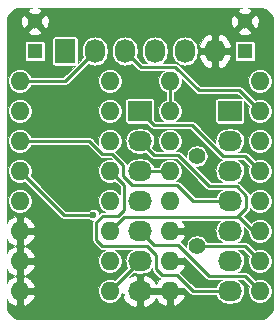
<source format=gbl>
%TF.GenerationSoftware,KiCad,Pcbnew,4.0.4-stable*%
%TF.CreationDate,2016-11-09T11:25:41+01:00*%
%TF.ProjectId,potmux,706F746D75782E6B696361645F706362,1*%
%TF.FileFunction,Copper,L2,Bot,Signal*%
%FSLAX46Y46*%
G04 Gerber Fmt 4.6, Leading zero omitted, Abs format (unit mm)*
G04 Created by KiCad (PCBNEW 4.0.4-stable) date 11/09/16 11:25:41*
%MOMM*%
%LPD*%
G01*
G04 APERTURE LIST*
%ADD10C,0.100000*%
%ADD11R,1.300000X1.300000*%
%ADD12C,1.300000*%
%ADD13R,2.032000X1.727200*%
%ADD14O,2.032000X1.727200*%
%ADD15C,1.397000*%
%ADD16O,1.600000X1.600000*%
%ADD17R,1.727200X2.032000*%
%ADD18O,1.727200X2.032000*%
%ADD19C,0.600000*%
%ADD20C,0.381000*%
%ADD21C,0.250000*%
%ADD22C,0.025400*%
G04 APERTURE END LIST*
D10*
D11*
X151130000Y-91440000D03*
D12*
X151130000Y-88940000D03*
D11*
X133350000Y-91440000D03*
D12*
X133350000Y-88940000D03*
D13*
X142240000Y-96520000D03*
D14*
X142240000Y-99060000D03*
X142240000Y-101600000D03*
X142240000Y-104140000D03*
X142240000Y-106680000D03*
X142240000Y-109220000D03*
X142240000Y-111760000D03*
D13*
X149860000Y-96520000D03*
D14*
X149860000Y-99060000D03*
X149860000Y-101600000D03*
X149860000Y-104140000D03*
X149860000Y-106680000D03*
X149860000Y-109220000D03*
X149860000Y-111760000D03*
D15*
X147066000Y-100330000D03*
X147066000Y-107950000D03*
D16*
X132080000Y-93980000D03*
X132080000Y-96520000D03*
X132080000Y-99060000D03*
X132080000Y-101600000D03*
X132080000Y-104140000D03*
X132080000Y-106680000D03*
X132080000Y-109220000D03*
X132080000Y-111760000D03*
X139700000Y-111760000D03*
X139700000Y-109220000D03*
X139700000Y-106680000D03*
X139700000Y-104140000D03*
X139700000Y-101600000D03*
X139700000Y-99060000D03*
X139700000Y-96520000D03*
X139700000Y-93980000D03*
X144780000Y-93980000D03*
X144780000Y-96520000D03*
X144780000Y-99060000D03*
X144780000Y-101600000D03*
X144780000Y-104140000D03*
X144780000Y-106680000D03*
X144780000Y-109220000D03*
X144780000Y-111760000D03*
X152400000Y-111760000D03*
X152400000Y-109220000D03*
X152400000Y-106680000D03*
X152400000Y-104140000D03*
X152400000Y-101600000D03*
X152400000Y-99060000D03*
X152400000Y-96520000D03*
X152400000Y-93980000D03*
D17*
X135890000Y-91440000D03*
D18*
X138430000Y-91440000D03*
X140970000Y-91440000D03*
X143510000Y-91440000D03*
X146050000Y-91440000D03*
X148590000Y-91440000D03*
D19*
X138303000Y-105308400D03*
D20*
X132080000Y-111760000D02*
X135255000Y-111760000D01*
X135255000Y-111760000D02*
X137160000Y-113665000D01*
X133350000Y-88940000D02*
X133350000Y-88938100D01*
X133350000Y-88938100D02*
X134162800Y-88125300D01*
X146900900Y-88125300D02*
X148590000Y-89814400D01*
X134162800Y-88125300D02*
X146900900Y-88125300D01*
X142240000Y-111760000D02*
X142240000Y-113131600D01*
X142240000Y-113131600D02*
X141706600Y-113665000D01*
X141706600Y-113665000D02*
X137160000Y-113665000D01*
X147715600Y-88940000D02*
X148590000Y-89814400D01*
X151130000Y-88940000D02*
X151130000Y-88950800D01*
X151130000Y-88950800D02*
X150406100Y-89674700D01*
X148590000Y-89814400D02*
X148590000Y-91440000D01*
X148729700Y-89674700D02*
X148590000Y-89814400D01*
X150406100Y-89674700D02*
X148729700Y-89674700D01*
X142240000Y-111760000D02*
X144780000Y-111760000D01*
X142240000Y-111760000D02*
X142240000Y-112387200D01*
X144780000Y-111760000D02*
X143589200Y-111760000D01*
D21*
X144221200Y-97708900D02*
X143428900Y-97708900D01*
X143428900Y-97708900D02*
X142240000Y-96520000D01*
X150012400Y-100330000D02*
X151130000Y-100330000D01*
X151130000Y-100330000D02*
X152400000Y-101600000D01*
X149282400Y-100330000D02*
X150012400Y-100330000D01*
X146661300Y-97708900D02*
X149282400Y-100330000D01*
X144221200Y-97708900D02*
X146661300Y-97708900D01*
X152400000Y-106680000D02*
X151841200Y-106680000D01*
X151841200Y-106680000D02*
X150646100Y-105484900D01*
X144678400Y-100248900D02*
X143428900Y-100248900D01*
X143428900Y-100248900D02*
X142240000Y-99060000D01*
X142951200Y-105484900D02*
X140895100Y-105484900D01*
X140895100Y-105484900D02*
X139700000Y-106680000D01*
X150063200Y-105484900D02*
X150646100Y-105484900D01*
X145489400Y-100248900D02*
X144678400Y-100248900D01*
X148110500Y-102870000D02*
X145489400Y-100248900D01*
X150425400Y-102870000D02*
X148110500Y-102870000D01*
X151251200Y-103695800D02*
X150425400Y-102870000D01*
X151251200Y-104735300D02*
X151251200Y-103695800D01*
X150501600Y-105484900D02*
X151251200Y-104735300D01*
X150501600Y-105484900D02*
X150063200Y-105484900D01*
X150063200Y-105484900D02*
X142951200Y-105484900D01*
X138303000Y-105308400D02*
X135791600Y-105311600D01*
X135791600Y-105311600D02*
X132080000Y-101600000D01*
X144780000Y-101600000D02*
X142240000Y-101600000D01*
X149758400Y-110490000D02*
X151130000Y-110490000D01*
X149758400Y-110490000D02*
X148110500Y-110490000D01*
X148110500Y-110490000D02*
X145489400Y-107868900D01*
X144627600Y-107868900D02*
X143428900Y-107868900D01*
X145489400Y-107868900D02*
X144627600Y-107868900D01*
X143428900Y-107868900D02*
X142240000Y-106680000D01*
X151130000Y-110490000D02*
X152400000Y-111760000D01*
X139700000Y-111760000D02*
X142240000Y-109220000D01*
X132080000Y-93980000D02*
X135890000Y-93980000D01*
X135890000Y-93980000D02*
X138430000Y-91440000D01*
X144754600Y-92781400D02*
X145237002Y-92781400D01*
X150630098Y-94750098D02*
X152400000Y-96520000D01*
X147205700Y-94750098D02*
X150630098Y-94750098D01*
X145237002Y-92781400D02*
X147205700Y-94750098D01*
X144170400Y-92781400D02*
X144754600Y-92781400D01*
X144170400Y-92781400D02*
X142311400Y-92781400D01*
X142311400Y-92781400D02*
X140970000Y-91440000D01*
X144780000Y-93980000D02*
X144780000Y-96520000D01*
X149860000Y-107950000D02*
X151130000Y-107950000D01*
X149860000Y-107950000D02*
X147066000Y-107950000D01*
X151130000Y-107950000D02*
X152400000Y-109220000D01*
X132080000Y-99060000D02*
X137947400Y-99060000D01*
X137947400Y-99060000D02*
X139072700Y-100185300D01*
X146725000Y-104140000D02*
X149860000Y-104140000D01*
X145382600Y-102797600D02*
X146725000Y-104140000D01*
X141582400Y-102797600D02*
X145382600Y-102797600D01*
X140848900Y-102064100D02*
X141582400Y-102797600D01*
X140848900Y-101132000D02*
X140848900Y-102064100D01*
X139902200Y-100185300D02*
X140848900Y-101132000D01*
X139072700Y-100185300D02*
X139902200Y-100185300D01*
X138557700Y-107162600D02*
X138557700Y-105942700D01*
X140868400Y-102768400D02*
X139700000Y-101600000D01*
X140868400Y-104875202D02*
X140868400Y-102768400D01*
X140359002Y-105384600D02*
X140868400Y-104875202D01*
X139115800Y-105384600D02*
X140359002Y-105384600D01*
X138557700Y-105942700D02*
X139115800Y-105384600D01*
X145224500Y-110417600D02*
X144136100Y-110417600D01*
X142873602Y-107950000D02*
X140271500Y-107950000D01*
X143611600Y-108687998D02*
X142873602Y-107950000D01*
X143611600Y-109893100D02*
X143611600Y-108687998D01*
X144136100Y-110417600D02*
X143611600Y-109893100D01*
X139065000Y-107950000D02*
X138557700Y-107442700D01*
X138557700Y-107162600D02*
X138557700Y-107442700D01*
X140271500Y-107950000D02*
X139954000Y-107950000D01*
X139954000Y-107950000D02*
X139065000Y-107950000D01*
X146725000Y-111760000D02*
X149860000Y-111760000D01*
X145382600Y-110417600D02*
X146725000Y-111760000D01*
X145224500Y-110417600D02*
X145382600Y-110417600D01*
D22*
G36*
X132931560Y-87840572D02*
X132868469Y-87866705D01*
X132800803Y-88049553D01*
X133350000Y-88598750D01*
X133899197Y-88049553D01*
X133831531Y-87866705D01*
X133614422Y-87793900D01*
X150883201Y-87793900D01*
X150711560Y-87840572D01*
X150648469Y-87866705D01*
X150580803Y-88049553D01*
X151130000Y-88598750D01*
X151679197Y-88049553D01*
X151611531Y-87866705D01*
X151394422Y-87793900D01*
X152391981Y-87793900D01*
X152614689Y-87815737D01*
X152821206Y-87878088D01*
X153011670Y-87979360D01*
X153178841Y-88115701D01*
X153316345Y-88281914D01*
X153418948Y-88471674D01*
X153482739Y-88677747D01*
X153506099Y-88900008D01*
X153506100Y-88900287D01*
X153506100Y-113021981D01*
X153484263Y-113244689D01*
X153421912Y-113451206D01*
X153320641Y-113641670D01*
X153184299Y-113808841D01*
X153018083Y-113946348D01*
X152828324Y-114048949D01*
X152622253Y-114112739D01*
X152399992Y-114136099D01*
X152399713Y-114136100D01*
X132088019Y-114136100D01*
X131865311Y-114114263D01*
X131658794Y-114051912D01*
X131468330Y-113950641D01*
X131301159Y-113814299D01*
X131163652Y-113648083D01*
X131061051Y-113458324D01*
X130997261Y-113252253D01*
X130973901Y-113029992D01*
X130973900Y-113029713D01*
X130973900Y-112470960D01*
X131021400Y-112549709D01*
X131195805Y-112741058D01*
X131404189Y-112894705D01*
X131638544Y-113004746D01*
X131838700Y-112928305D01*
X131838700Y-112001300D01*
X132321300Y-112001300D01*
X132321300Y-112928305D01*
X132521456Y-113004746D01*
X132755811Y-112894705D01*
X132964195Y-112741058D01*
X133138600Y-112549709D01*
X133272324Y-112328012D01*
X133324735Y-112201454D01*
X133245815Y-112001300D01*
X132321300Y-112001300D01*
X131838700Y-112001300D01*
X131818700Y-112001300D01*
X131818700Y-111518700D01*
X131838700Y-111518700D01*
X131838700Y-110591695D01*
X132321300Y-110591695D01*
X132321300Y-111518700D01*
X133245815Y-111518700D01*
X133324735Y-111318546D01*
X133272324Y-111191988D01*
X133138600Y-110970291D01*
X132964195Y-110778942D01*
X132755811Y-110625295D01*
X132521456Y-110515254D01*
X132321300Y-110591695D01*
X131838700Y-110591695D01*
X131638544Y-110515254D01*
X131404189Y-110625295D01*
X131195805Y-110778942D01*
X131021400Y-110970291D01*
X130973900Y-111049040D01*
X130973900Y-109930960D01*
X131021400Y-110009709D01*
X131195805Y-110201058D01*
X131404189Y-110354705D01*
X131638544Y-110464746D01*
X131838700Y-110388305D01*
X131838700Y-109461300D01*
X132321300Y-109461300D01*
X132321300Y-110388305D01*
X132521456Y-110464746D01*
X132755811Y-110354705D01*
X132964195Y-110201058D01*
X133138600Y-110009709D01*
X133272324Y-109788012D01*
X133324735Y-109661454D01*
X133245815Y-109461300D01*
X132321300Y-109461300D01*
X131838700Y-109461300D01*
X131818700Y-109461300D01*
X131818700Y-108978700D01*
X131838700Y-108978700D01*
X131838700Y-108051695D01*
X132321300Y-108051695D01*
X132321300Y-108978700D01*
X133245815Y-108978700D01*
X133324735Y-108778546D01*
X133272324Y-108651988D01*
X133138600Y-108430291D01*
X132964195Y-108238942D01*
X132755811Y-108085295D01*
X132521456Y-107975254D01*
X132321300Y-108051695D01*
X131838700Y-108051695D01*
X131638544Y-107975254D01*
X131404189Y-108085295D01*
X131195805Y-108238942D01*
X131021400Y-108430291D01*
X130973900Y-108509040D01*
X130973900Y-107390960D01*
X131021400Y-107469709D01*
X131195805Y-107661058D01*
X131404189Y-107814705D01*
X131638544Y-107924746D01*
X131838700Y-107848305D01*
X131838700Y-106921300D01*
X132321300Y-106921300D01*
X132321300Y-107848305D01*
X132521456Y-107924746D01*
X132755811Y-107814705D01*
X132964195Y-107661058D01*
X133138600Y-107469709D01*
X133272324Y-107248012D01*
X133324735Y-107121454D01*
X133245815Y-106921300D01*
X132321300Y-106921300D01*
X131838700Y-106921300D01*
X131818700Y-106921300D01*
X131818700Y-106438700D01*
X131838700Y-106438700D01*
X131838700Y-105511695D01*
X132321300Y-105511695D01*
X132321300Y-106438700D01*
X133245815Y-106438700D01*
X133324735Y-106238546D01*
X133272324Y-106111988D01*
X133138600Y-105890291D01*
X132964195Y-105698942D01*
X132755811Y-105545295D01*
X132521456Y-105435254D01*
X132321300Y-105511695D01*
X131838700Y-105511695D01*
X131638544Y-105435254D01*
X131404189Y-105545295D01*
X131195805Y-105698942D01*
X131021400Y-105890291D01*
X130973900Y-105969040D01*
X130973900Y-104132930D01*
X131062425Y-104132930D01*
X131080338Y-104329761D01*
X131136141Y-104519364D01*
X131227709Y-104694517D01*
X131351554Y-104848549D01*
X131502958Y-104975592D01*
X131676155Y-105070808D01*
X131864548Y-105130570D01*
X132060960Y-105152601D01*
X132075100Y-105152700D01*
X132084900Y-105152700D01*
X132281601Y-105133413D01*
X132470810Y-105076288D01*
X132645320Y-104983499D01*
X132798483Y-104858582D01*
X132924466Y-104706295D01*
X133018471Y-104532437D01*
X133076916Y-104343632D01*
X133097575Y-104147070D01*
X133079662Y-103950239D01*
X133023859Y-103760636D01*
X132932291Y-103585483D01*
X132808446Y-103431451D01*
X132657042Y-103304408D01*
X132483845Y-103209192D01*
X132295452Y-103149430D01*
X132099040Y-103127399D01*
X132084900Y-103127300D01*
X132075100Y-103127300D01*
X131878399Y-103146587D01*
X131689190Y-103203712D01*
X131514680Y-103296501D01*
X131361517Y-103421418D01*
X131235534Y-103573705D01*
X131141529Y-103747563D01*
X131083084Y-103936368D01*
X131062425Y-104132930D01*
X130973900Y-104132930D01*
X130973900Y-99052930D01*
X131062425Y-99052930D01*
X131080338Y-99249761D01*
X131136141Y-99439364D01*
X131227709Y-99614517D01*
X131351554Y-99768549D01*
X131502958Y-99895592D01*
X131676155Y-99990808D01*
X131864548Y-100050570D01*
X132060960Y-100072601D01*
X132075100Y-100072700D01*
X132084900Y-100072700D01*
X132281601Y-100053413D01*
X132470810Y-99996288D01*
X132645320Y-99903499D01*
X132798483Y-99778582D01*
X132924466Y-99626295D01*
X133018471Y-99452437D01*
X133035415Y-99397700D01*
X137807520Y-99397700D01*
X138833910Y-100424090D01*
X138858052Y-100443921D01*
X138881911Y-100463941D01*
X138883465Y-100464795D01*
X138884839Y-100465924D01*
X138912343Y-100480671D01*
X138939666Y-100495692D01*
X138941360Y-100496229D01*
X138942924Y-100497068D01*
X138972782Y-100506197D01*
X139002488Y-100515620D01*
X139004249Y-100515817D01*
X139005951Y-100516338D01*
X139037029Y-100519495D01*
X139067985Y-100522967D01*
X139071456Y-100522991D01*
X139071522Y-100522998D01*
X139071584Y-100522992D01*
X139072700Y-100523000D01*
X139762320Y-100523000D01*
X139840323Y-100601003D01*
X139719040Y-100587399D01*
X139704900Y-100587300D01*
X139695100Y-100587300D01*
X139498399Y-100606587D01*
X139309190Y-100663712D01*
X139134680Y-100756501D01*
X138981517Y-100881418D01*
X138855534Y-101033705D01*
X138761529Y-101207563D01*
X138703084Y-101396368D01*
X138682425Y-101592930D01*
X138700338Y-101789761D01*
X138756141Y-101979364D01*
X138847709Y-102154517D01*
X138971554Y-102308549D01*
X139122958Y-102435592D01*
X139296155Y-102530808D01*
X139484548Y-102590570D01*
X139680960Y-102612601D01*
X139695100Y-102612700D01*
X139704900Y-102612700D01*
X139901601Y-102593413D01*
X140090810Y-102536288D01*
X140135138Y-102512718D01*
X140530700Y-102908280D01*
X140530700Y-103558629D01*
X140428446Y-103431451D01*
X140277042Y-103304408D01*
X140103845Y-103209192D01*
X139915452Y-103149430D01*
X139719040Y-103127399D01*
X139704900Y-103127300D01*
X139695100Y-103127300D01*
X139498399Y-103146587D01*
X139309190Y-103203712D01*
X139134680Y-103296501D01*
X138981517Y-103421418D01*
X138855534Y-103573705D01*
X138761529Y-103747563D01*
X138703084Y-103936368D01*
X138682425Y-104132930D01*
X138700338Y-104329761D01*
X138756141Y-104519364D01*
X138847709Y-104694517D01*
X138971554Y-104848549D01*
X139122958Y-104975592D01*
X139252667Y-105046900D01*
X139115800Y-105046900D01*
X139084695Y-105049950D01*
X139053680Y-105052663D01*
X139051978Y-105053157D01*
X139050207Y-105053331D01*
X139020338Y-105062349D01*
X138990389Y-105071050D01*
X138988809Y-105071869D01*
X138987113Y-105072381D01*
X138959575Y-105087023D01*
X138931876Y-105101381D01*
X138930491Y-105102487D01*
X138928920Y-105103322D01*
X138904718Y-105123061D01*
X138880368Y-105142499D01*
X138877896Y-105144936D01*
X138877845Y-105144978D01*
X138877806Y-105145025D01*
X138877010Y-105145810D01*
X138807288Y-105215532D01*
X138796193Y-105159496D01*
X138757878Y-105066537D01*
X138702237Y-104982791D01*
X138631389Y-104911446D01*
X138548033Y-104855222D01*
X138455343Y-104816259D01*
X138356851Y-104796041D01*
X138256308Y-104795339D01*
X138157543Y-104814180D01*
X138064319Y-104851845D01*
X137980186Y-104906900D01*
X137914530Y-104971194D01*
X135931301Y-104973721D01*
X132994447Y-102036867D01*
X133018471Y-101992437D01*
X133076916Y-101803632D01*
X133097575Y-101607070D01*
X133079662Y-101410239D01*
X133023859Y-101220636D01*
X132932291Y-101045483D01*
X132808446Y-100891451D01*
X132657042Y-100764408D01*
X132483845Y-100669192D01*
X132295452Y-100609430D01*
X132099040Y-100587399D01*
X132084900Y-100587300D01*
X132075100Y-100587300D01*
X131878399Y-100606587D01*
X131689190Y-100663712D01*
X131514680Y-100756501D01*
X131361517Y-100881418D01*
X131235534Y-101033705D01*
X131141529Y-101207563D01*
X131083084Y-101396368D01*
X131062425Y-101592930D01*
X131080338Y-101789761D01*
X131136141Y-101979364D01*
X131227709Y-102154517D01*
X131351554Y-102308549D01*
X131502958Y-102435592D01*
X131676155Y-102530808D01*
X131864548Y-102590570D01*
X132060960Y-102612601D01*
X132075100Y-102612700D01*
X132084900Y-102612700D01*
X132281601Y-102593413D01*
X132470810Y-102536288D01*
X132515138Y-102512718D01*
X135552810Y-105550390D01*
X135577114Y-105570354D01*
X135601166Y-105590484D01*
X135602532Y-105591233D01*
X135603739Y-105592224D01*
X135631466Y-105607091D01*
X135658962Y-105622161D01*
X135660446Y-105622630D01*
X135661823Y-105623368D01*
X135691950Y-105632579D01*
X135721809Y-105642009D01*
X135723353Y-105642180D01*
X135724850Y-105642638D01*
X135756153Y-105645817D01*
X135787315Y-105649273D01*
X135790346Y-105649290D01*
X135790421Y-105649298D01*
X135790493Y-105649291D01*
X135792030Y-105649300D01*
X137916821Y-105646593D01*
X137969101Y-105700730D01*
X138051664Y-105758113D01*
X138143800Y-105798366D01*
X138242001Y-105819957D01*
X138243770Y-105819994D01*
X138236799Y-105842796D01*
X138227380Y-105872488D01*
X138227183Y-105874248D01*
X138226662Y-105875951D01*
X138223505Y-105907034D01*
X138220033Y-105937985D01*
X138220009Y-105941455D01*
X138220002Y-105941521D01*
X138220008Y-105941583D01*
X138220000Y-105942700D01*
X138220000Y-107442700D01*
X138223049Y-107473796D01*
X138225763Y-107504821D01*
X138226257Y-107506523D01*
X138226431Y-107508293D01*
X138235446Y-107538150D01*
X138244150Y-107568111D01*
X138244969Y-107569691D01*
X138245481Y-107571387D01*
X138260123Y-107598925D01*
X138274481Y-107626624D01*
X138275587Y-107628009D01*
X138276422Y-107629580D01*
X138296141Y-107653758D01*
X138315599Y-107678133D01*
X138318038Y-107680606D01*
X138318078Y-107680655D01*
X138318124Y-107680693D01*
X138318910Y-107681490D01*
X138826210Y-108188790D01*
X138850352Y-108208621D01*
X138874211Y-108228641D01*
X138875765Y-108229495D01*
X138877139Y-108230624D01*
X138904643Y-108245371D01*
X138931966Y-108260392D01*
X138933660Y-108260929D01*
X138935224Y-108261768D01*
X138965082Y-108270897D01*
X138994788Y-108280320D01*
X138996549Y-108280517D01*
X138998251Y-108281038D01*
X139029329Y-108284195D01*
X139060285Y-108287667D01*
X139063756Y-108287691D01*
X139063822Y-108287698D01*
X139063884Y-108287692D01*
X139065000Y-108287700D01*
X139301690Y-108287700D01*
X139134680Y-108376501D01*
X138981517Y-108501418D01*
X138855534Y-108653705D01*
X138761529Y-108827563D01*
X138703084Y-109016368D01*
X138682425Y-109212930D01*
X138700338Y-109409761D01*
X138756141Y-109599364D01*
X138847709Y-109774517D01*
X138971554Y-109928549D01*
X139122958Y-110055592D01*
X139296155Y-110150808D01*
X139484548Y-110210570D01*
X139680960Y-110232601D01*
X139695100Y-110232700D01*
X139704900Y-110232700D01*
X139901601Y-110213413D01*
X140090810Y-110156288D01*
X140265320Y-110063499D01*
X140418483Y-109938582D01*
X140544466Y-109786295D01*
X140638471Y-109612437D01*
X140696916Y-109423632D01*
X140717575Y-109227070D01*
X140699662Y-109030239D01*
X140643859Y-108840636D01*
X140552291Y-108665483D01*
X140428446Y-108511451D01*
X140277042Y-108384408D01*
X140103845Y-108289192D01*
X140099142Y-108287700D01*
X141553421Y-108287700D01*
X141486040Y-108323527D01*
X141323257Y-108456289D01*
X141189362Y-108618141D01*
X141089454Y-108802917D01*
X141027338Y-109003580D01*
X141005381Y-109212486D01*
X141024419Y-109421679D01*
X141083727Y-109623189D01*
X141178310Y-109804110D01*
X140135710Y-110846710D01*
X140103845Y-110829192D01*
X139915452Y-110769430D01*
X139719040Y-110747399D01*
X139704900Y-110747300D01*
X139695100Y-110747300D01*
X139498399Y-110766587D01*
X139309190Y-110823712D01*
X139134680Y-110916501D01*
X138981517Y-111041418D01*
X138855534Y-111193705D01*
X138761529Y-111367563D01*
X138703084Y-111556368D01*
X138682425Y-111752930D01*
X138700338Y-111949761D01*
X138756141Y-112139364D01*
X138847709Y-112314517D01*
X138971554Y-112468549D01*
X139122958Y-112595592D01*
X139296155Y-112690808D01*
X139484548Y-112750570D01*
X139680960Y-112772601D01*
X139695100Y-112772700D01*
X139704900Y-112772700D01*
X139901601Y-112753413D01*
X140090810Y-112696288D01*
X140265320Y-112603499D01*
X140418483Y-112478582D01*
X140544466Y-112326295D01*
X140638471Y-112152437D01*
X140696916Y-111963632D01*
X140703300Y-111902891D01*
X140703300Y-112001302D01*
X140856907Y-112001302D01*
X140779023Y-112211566D01*
X140800291Y-112255566D01*
X140921706Y-112497185D01*
X141087926Y-112710475D01*
X141292563Y-112887239D01*
X141527753Y-113020683D01*
X141784457Y-113105680D01*
X141998700Y-113006359D01*
X141998700Y-112001300D01*
X142481300Y-112001300D01*
X142481300Y-113006359D01*
X142695543Y-113105680D01*
X142952247Y-113020683D01*
X143187437Y-112887239D01*
X143392074Y-112710475D01*
X143558294Y-112497185D01*
X143618023Y-112378323D01*
X143721400Y-112549709D01*
X143895805Y-112741058D01*
X144104189Y-112894705D01*
X144338544Y-113004746D01*
X144538700Y-112928305D01*
X144538700Y-112001300D01*
X145021300Y-112001300D01*
X145021300Y-112928305D01*
X145221456Y-113004746D01*
X145455811Y-112894705D01*
X145664195Y-112741058D01*
X145838600Y-112549709D01*
X145972324Y-112328012D01*
X146024735Y-112201454D01*
X145945815Y-112001300D01*
X145021300Y-112001300D01*
X144538700Y-112001300D01*
X142481300Y-112001300D01*
X141998700Y-112001300D01*
X141978700Y-112001300D01*
X141978700Y-111518700D01*
X141998700Y-111518700D01*
X141998700Y-110513641D01*
X141784457Y-110414320D01*
X141527753Y-110499317D01*
X141320893Y-110616687D01*
X141711298Y-110226282D01*
X141857880Y-110272780D01*
X142066628Y-110296195D01*
X142081655Y-110296300D01*
X142398345Y-110296300D01*
X142607399Y-110275802D01*
X142808491Y-110215089D01*
X142993960Y-110116473D01*
X143156743Y-109983711D01*
X143273900Y-109842092D01*
X143273900Y-109893100D01*
X143276949Y-109924196D01*
X143279663Y-109955221D01*
X143280157Y-109956923D01*
X143280331Y-109958693D01*
X143289346Y-109988550D01*
X143298050Y-110018511D01*
X143298869Y-110020091D01*
X143299381Y-110021787D01*
X143314023Y-110049325D01*
X143328381Y-110077024D01*
X143329487Y-110078409D01*
X143330322Y-110079980D01*
X143350041Y-110104158D01*
X143369499Y-110128533D01*
X143371938Y-110131006D01*
X143371978Y-110131055D01*
X143372024Y-110131093D01*
X143372810Y-110131890D01*
X143897310Y-110656390D01*
X143921452Y-110676221D01*
X143945311Y-110696241D01*
X143946865Y-110697095D01*
X143948239Y-110698224D01*
X143975761Y-110712981D01*
X143981205Y-110715974D01*
X143895805Y-110778942D01*
X143721400Y-110970291D01*
X143618023Y-111141677D01*
X143558294Y-111022815D01*
X143392074Y-110809525D01*
X143187437Y-110632761D01*
X142952247Y-110499317D01*
X142695543Y-110414320D01*
X142481300Y-110513641D01*
X142481300Y-111518700D01*
X144538700Y-111518700D01*
X144538700Y-111498700D01*
X145021300Y-111498700D01*
X145021300Y-111518700D01*
X145945815Y-111518700D01*
X145962869Y-111475449D01*
X146486210Y-111998790D01*
X146510374Y-112018639D01*
X146534211Y-112038641D01*
X146535762Y-112039494D01*
X146537138Y-112040624D01*
X146564647Y-112055373D01*
X146591966Y-112070392D01*
X146593662Y-112070930D01*
X146595223Y-112071767D01*
X146625021Y-112080878D01*
X146654788Y-112090320D01*
X146656552Y-112090518D01*
X146658250Y-112091037D01*
X146689289Y-112094190D01*
X146720285Y-112097667D01*
X146723755Y-112097691D01*
X146723821Y-112097698D01*
X146723883Y-112097692D01*
X146725000Y-112097700D01*
X148684452Y-112097700D01*
X148703727Y-112163189D01*
X148801046Y-112349342D01*
X148932668Y-112513048D01*
X149093581Y-112648070D01*
X149277655Y-112749265D01*
X149477880Y-112812780D01*
X149686628Y-112836195D01*
X149701655Y-112836300D01*
X150018345Y-112836300D01*
X150227399Y-112815802D01*
X150428491Y-112755089D01*
X150613960Y-112656473D01*
X150776743Y-112523711D01*
X150910638Y-112361859D01*
X151010546Y-112177083D01*
X151072662Y-111976420D01*
X151094619Y-111767514D01*
X151075581Y-111558321D01*
X151016273Y-111356811D01*
X150918954Y-111170658D01*
X150787332Y-111006952D01*
X150626419Y-110871930D01*
X150545965Y-110827700D01*
X150990120Y-110827700D01*
X151485553Y-111323133D01*
X151461529Y-111367563D01*
X151403084Y-111556368D01*
X151382425Y-111752930D01*
X151400338Y-111949761D01*
X151456141Y-112139364D01*
X151547709Y-112314517D01*
X151671554Y-112468549D01*
X151822958Y-112595592D01*
X151996155Y-112690808D01*
X152184548Y-112750570D01*
X152380960Y-112772601D01*
X152395100Y-112772700D01*
X152404900Y-112772700D01*
X152601601Y-112753413D01*
X152790810Y-112696288D01*
X152965320Y-112603499D01*
X153118483Y-112478582D01*
X153244466Y-112326295D01*
X153338471Y-112152437D01*
X153396916Y-111963632D01*
X153417575Y-111767070D01*
X153399662Y-111570239D01*
X153343859Y-111380636D01*
X153252291Y-111205483D01*
X153128446Y-111051451D01*
X152977042Y-110924408D01*
X152803845Y-110829192D01*
X152615452Y-110769430D01*
X152419040Y-110747399D01*
X152404900Y-110747300D01*
X152395100Y-110747300D01*
X152198399Y-110766587D01*
X152009190Y-110823712D01*
X151964862Y-110847282D01*
X151368790Y-110251210D01*
X151344648Y-110231379D01*
X151320789Y-110211359D01*
X151319235Y-110210505D01*
X151317861Y-110209376D01*
X151290339Y-110194619D01*
X151263034Y-110179608D01*
X151261343Y-110179071D01*
X151259777Y-110178232D01*
X151229904Y-110169099D01*
X151200212Y-110159680D01*
X151198452Y-110159483D01*
X151196749Y-110158962D01*
X151165666Y-110155805D01*
X151134715Y-110152333D01*
X151131245Y-110152309D01*
X151131179Y-110152302D01*
X151131117Y-110152308D01*
X151130000Y-110152300D01*
X150546579Y-110152300D01*
X150613960Y-110116473D01*
X150776743Y-109983711D01*
X150910638Y-109821859D01*
X151010546Y-109637083D01*
X151072662Y-109436420D01*
X151094619Y-109227514D01*
X151075581Y-109018321D01*
X151016273Y-108816811D01*
X150918954Y-108630658D01*
X150787332Y-108466952D01*
X150626419Y-108331930D01*
X150545965Y-108287700D01*
X150990120Y-108287700D01*
X151485553Y-108783133D01*
X151461529Y-108827563D01*
X151403084Y-109016368D01*
X151382425Y-109212930D01*
X151400338Y-109409761D01*
X151456141Y-109599364D01*
X151547709Y-109774517D01*
X151671554Y-109928549D01*
X151822958Y-110055592D01*
X151996155Y-110150808D01*
X152184548Y-110210570D01*
X152380960Y-110232601D01*
X152395100Y-110232700D01*
X152404900Y-110232700D01*
X152601601Y-110213413D01*
X152790810Y-110156288D01*
X152965320Y-110063499D01*
X153118483Y-109938582D01*
X153244466Y-109786295D01*
X153338471Y-109612437D01*
X153396916Y-109423632D01*
X153417575Y-109227070D01*
X153399662Y-109030239D01*
X153343859Y-108840636D01*
X153252291Y-108665483D01*
X153128446Y-108511451D01*
X152977042Y-108384408D01*
X152803845Y-108289192D01*
X152615452Y-108229430D01*
X152419040Y-108207399D01*
X152404900Y-108207300D01*
X152395100Y-108207300D01*
X152198399Y-108226587D01*
X152009190Y-108283712D01*
X151964862Y-108307282D01*
X151368790Y-107711210D01*
X151344648Y-107691379D01*
X151320789Y-107671359D01*
X151319235Y-107670505D01*
X151317861Y-107669376D01*
X151290339Y-107654619D01*
X151263034Y-107639608D01*
X151261343Y-107639071D01*
X151259777Y-107638232D01*
X151229904Y-107629099D01*
X151200212Y-107619680D01*
X151198452Y-107619483D01*
X151196749Y-107618962D01*
X151165666Y-107615805D01*
X151134715Y-107612333D01*
X151131245Y-107612309D01*
X151131179Y-107612302D01*
X151131117Y-107612308D01*
X151130000Y-107612300D01*
X150546579Y-107612300D01*
X150613960Y-107576473D01*
X150776743Y-107443711D01*
X150910638Y-107281859D01*
X151010546Y-107097083D01*
X151072662Y-106896420D01*
X151094619Y-106687514D01*
X151075581Y-106478321D01*
X151039563Y-106355943D01*
X151385016Y-106701396D01*
X151400338Y-106869761D01*
X151456141Y-107059364D01*
X151547709Y-107234517D01*
X151671554Y-107388549D01*
X151822958Y-107515592D01*
X151996155Y-107610808D01*
X152184548Y-107670570D01*
X152380960Y-107692601D01*
X152395100Y-107692700D01*
X152404900Y-107692700D01*
X152601601Y-107673413D01*
X152790810Y-107616288D01*
X152965320Y-107523499D01*
X153118483Y-107398582D01*
X153244466Y-107246295D01*
X153338471Y-107072437D01*
X153396916Y-106883632D01*
X153417575Y-106687070D01*
X153399662Y-106490239D01*
X153343859Y-106300636D01*
X153252291Y-106125483D01*
X153128446Y-105971451D01*
X152977042Y-105844408D01*
X152803845Y-105749192D01*
X152615452Y-105689430D01*
X152419040Y-105667399D01*
X152404900Y-105667300D01*
X152395100Y-105667300D01*
X152198399Y-105686587D01*
X152009190Y-105743712D01*
X151834680Y-105836501D01*
X151681517Y-105961418D01*
X151644701Y-106005921D01*
X151051430Y-105412650D01*
X151489990Y-104974090D01*
X151509817Y-104949952D01*
X151529841Y-104926089D01*
X151530696Y-104924535D01*
X151531823Y-104923162D01*
X151546552Y-104895691D01*
X151561592Y-104868334D01*
X151562130Y-104866638D01*
X151562967Y-104865077D01*
X151572078Y-104835279D01*
X151581520Y-104805512D01*
X151581718Y-104803748D01*
X151582237Y-104802050D01*
X151585390Y-104771011D01*
X151588307Y-104745010D01*
X151671554Y-104848549D01*
X151822958Y-104975592D01*
X151996155Y-105070808D01*
X152184548Y-105130570D01*
X152380960Y-105152601D01*
X152395100Y-105152700D01*
X152404900Y-105152700D01*
X152601601Y-105133413D01*
X152790810Y-105076288D01*
X152965320Y-104983499D01*
X153118483Y-104858582D01*
X153244466Y-104706295D01*
X153338471Y-104532437D01*
X153396916Y-104343632D01*
X153417575Y-104147070D01*
X153399662Y-103950239D01*
X153343859Y-103760636D01*
X153252291Y-103585483D01*
X153128446Y-103431451D01*
X152977042Y-103304408D01*
X152803845Y-103209192D01*
X152615452Y-103149430D01*
X152419040Y-103127399D01*
X152404900Y-103127300D01*
X152395100Y-103127300D01*
X152198399Y-103146587D01*
X152009190Y-103203712D01*
X151834680Y-103296501D01*
X151681517Y-103421418D01*
X151562468Y-103565324D01*
X151548777Y-103539575D01*
X151534419Y-103511876D01*
X151533313Y-103510491D01*
X151532478Y-103508920D01*
X151512739Y-103484718D01*
X151493301Y-103460368D01*
X151490864Y-103457896D01*
X151490822Y-103457845D01*
X151490775Y-103457806D01*
X151489990Y-103457010D01*
X150664190Y-102631210D01*
X150640048Y-102611379D01*
X150616189Y-102591359D01*
X150614635Y-102590505D01*
X150613261Y-102589376D01*
X150585739Y-102574619D01*
X150558434Y-102559608D01*
X150556743Y-102559071D01*
X150555177Y-102558232D01*
X150525304Y-102549099D01*
X150518841Y-102547049D01*
X150613960Y-102496473D01*
X150776743Y-102363711D01*
X150910638Y-102201859D01*
X151010546Y-102017083D01*
X151072662Y-101816420D01*
X151094619Y-101607514D01*
X151075581Y-101398321D01*
X151016273Y-101196811D01*
X150918954Y-101010658D01*
X150787332Y-100846952D01*
X150626419Y-100711930D01*
X150545965Y-100667700D01*
X150990120Y-100667700D01*
X151485553Y-101163133D01*
X151461529Y-101207563D01*
X151403084Y-101396368D01*
X151382425Y-101592930D01*
X151400338Y-101789761D01*
X151456141Y-101979364D01*
X151547709Y-102154517D01*
X151671554Y-102308549D01*
X151822958Y-102435592D01*
X151996155Y-102530808D01*
X152184548Y-102590570D01*
X152380960Y-102612601D01*
X152395100Y-102612700D01*
X152404900Y-102612700D01*
X152601601Y-102593413D01*
X152790810Y-102536288D01*
X152965320Y-102443499D01*
X153118483Y-102318582D01*
X153244466Y-102166295D01*
X153338471Y-101992437D01*
X153396916Y-101803632D01*
X153417575Y-101607070D01*
X153399662Y-101410239D01*
X153343859Y-101220636D01*
X153252291Y-101045483D01*
X153128446Y-100891451D01*
X152977042Y-100764408D01*
X152803845Y-100669192D01*
X152615452Y-100609430D01*
X152419040Y-100587399D01*
X152404900Y-100587300D01*
X152395100Y-100587300D01*
X152198399Y-100606587D01*
X152009190Y-100663712D01*
X151964862Y-100687282D01*
X151368790Y-100091210D01*
X151344648Y-100071379D01*
X151320789Y-100051359D01*
X151319235Y-100050505D01*
X151317861Y-100049376D01*
X151290339Y-100034619D01*
X151263034Y-100019608D01*
X151261343Y-100019071D01*
X151259777Y-100018232D01*
X151229904Y-100009099D01*
X151200212Y-99999680D01*
X151198452Y-99999483D01*
X151196749Y-99998962D01*
X151165666Y-99995805D01*
X151134715Y-99992333D01*
X151131245Y-99992309D01*
X151131179Y-99992302D01*
X151131117Y-99992308D01*
X151130000Y-99992300D01*
X150546579Y-99992300D01*
X150613960Y-99956473D01*
X150776743Y-99823711D01*
X150910638Y-99661859D01*
X151010546Y-99477083D01*
X151072662Y-99276420D01*
X151094619Y-99067514D01*
X151093292Y-99052930D01*
X151382425Y-99052930D01*
X151400338Y-99249761D01*
X151456141Y-99439364D01*
X151547709Y-99614517D01*
X151671554Y-99768549D01*
X151822958Y-99895592D01*
X151996155Y-99990808D01*
X152184548Y-100050570D01*
X152380960Y-100072601D01*
X152395100Y-100072700D01*
X152404900Y-100072700D01*
X152601601Y-100053413D01*
X152790810Y-99996288D01*
X152965320Y-99903499D01*
X153118483Y-99778582D01*
X153244466Y-99626295D01*
X153338471Y-99452437D01*
X153396916Y-99263632D01*
X153417575Y-99067070D01*
X153399662Y-98870239D01*
X153343859Y-98680636D01*
X153252291Y-98505483D01*
X153128446Y-98351451D01*
X152977042Y-98224408D01*
X152803845Y-98129192D01*
X152615452Y-98069430D01*
X152419040Y-98047399D01*
X152404900Y-98047300D01*
X152395100Y-98047300D01*
X152198399Y-98066587D01*
X152009190Y-98123712D01*
X151834680Y-98216501D01*
X151681517Y-98341418D01*
X151555534Y-98493705D01*
X151461529Y-98667563D01*
X151403084Y-98856368D01*
X151382425Y-99052930D01*
X151093292Y-99052930D01*
X151075581Y-98858321D01*
X151016273Y-98656811D01*
X150918954Y-98470658D01*
X150787332Y-98306952D01*
X150626419Y-98171930D01*
X150442345Y-98070735D01*
X150242120Y-98007220D01*
X150033372Y-97983805D01*
X150018345Y-97983700D01*
X149701655Y-97983700D01*
X149492601Y-98004198D01*
X149291509Y-98064911D01*
X149106040Y-98163527D01*
X148943257Y-98296289D01*
X148809362Y-98458141D01*
X148709454Y-98642917D01*
X148647338Y-98843580D01*
X148625381Y-99052486D01*
X148639689Y-99209709D01*
X146900090Y-97470110D01*
X146875948Y-97450279D01*
X146852089Y-97430259D01*
X146850535Y-97429405D01*
X146849161Y-97428276D01*
X146821639Y-97413519D01*
X146794334Y-97398508D01*
X146792643Y-97397971D01*
X146791077Y-97397132D01*
X146761204Y-97387999D01*
X146731512Y-97378580D01*
X146729752Y-97378383D01*
X146728049Y-97377862D01*
X146696966Y-97374705D01*
X146666015Y-97371233D01*
X146662545Y-97371209D01*
X146662479Y-97371202D01*
X146662417Y-97371208D01*
X146661300Y-97371200D01*
X145330837Y-97371200D01*
X145345320Y-97363499D01*
X145498483Y-97238582D01*
X145624466Y-97086295D01*
X145718471Y-96912437D01*
X145776916Y-96723632D01*
X145797575Y-96527070D01*
X145779662Y-96330239D01*
X145723859Y-96140636D01*
X145632291Y-95965483D01*
X145508446Y-95811451D01*
X145357042Y-95684408D01*
X145183845Y-95589192D01*
X145117700Y-95568209D01*
X145117700Y-94932323D01*
X145170810Y-94916288D01*
X145345320Y-94823499D01*
X145498483Y-94698582D01*
X145624466Y-94546295D01*
X145718471Y-94372437D01*
X145776916Y-94183632D01*
X145797575Y-93987070D01*
X145780803Y-93802781D01*
X146966910Y-94988888D01*
X146991074Y-95008737D01*
X147014911Y-95028739D01*
X147016462Y-95029592D01*
X147017838Y-95030722D01*
X147045347Y-95045471D01*
X147072666Y-95060490D01*
X147074362Y-95061028D01*
X147075923Y-95061865D01*
X147105721Y-95070976D01*
X147135488Y-95080418D01*
X147137252Y-95080616D01*
X147138950Y-95081135D01*
X147169989Y-95084288D01*
X147200985Y-95087765D01*
X147204455Y-95087789D01*
X147204521Y-95087796D01*
X147204583Y-95087790D01*
X147205700Y-95087798D01*
X150490218Y-95087798D01*
X150845091Y-95442671D01*
X148844000Y-95442671D01*
X148810128Y-95445372D01*
X148752678Y-95463163D01*
X148702459Y-95496255D01*
X148663448Y-95542028D01*
X148638733Y-95596857D01*
X148630271Y-95656400D01*
X148630271Y-97383600D01*
X148632972Y-97417472D01*
X148650763Y-97474922D01*
X148683855Y-97525141D01*
X148729628Y-97564152D01*
X148784457Y-97588867D01*
X148844000Y-97597329D01*
X150876000Y-97597329D01*
X150909872Y-97594628D01*
X150967322Y-97576837D01*
X151017541Y-97543745D01*
X151056552Y-97497972D01*
X151081267Y-97443143D01*
X151089729Y-97383600D01*
X151089729Y-95687309D01*
X151485553Y-96083133D01*
X151461529Y-96127563D01*
X151403084Y-96316368D01*
X151382425Y-96512930D01*
X151400338Y-96709761D01*
X151456141Y-96899364D01*
X151547709Y-97074517D01*
X151671554Y-97228549D01*
X151822958Y-97355592D01*
X151996155Y-97450808D01*
X152184548Y-97510570D01*
X152380960Y-97532601D01*
X152395100Y-97532700D01*
X152404900Y-97532700D01*
X152601601Y-97513413D01*
X152790810Y-97456288D01*
X152965320Y-97363499D01*
X153118483Y-97238582D01*
X153244466Y-97086295D01*
X153338471Y-96912437D01*
X153396916Y-96723632D01*
X153417575Y-96527070D01*
X153399662Y-96330239D01*
X153343859Y-96140636D01*
X153252291Y-95965483D01*
X153128446Y-95811451D01*
X152977042Y-95684408D01*
X152803845Y-95589192D01*
X152615452Y-95529430D01*
X152419040Y-95507399D01*
X152404900Y-95507300D01*
X152395100Y-95507300D01*
X152198399Y-95526587D01*
X152009190Y-95583712D01*
X151964862Y-95607282D01*
X150868888Y-94511308D01*
X150844746Y-94491477D01*
X150820887Y-94471457D01*
X150819333Y-94470603D01*
X150817959Y-94469474D01*
X150790437Y-94454717D01*
X150763132Y-94439706D01*
X150761441Y-94439169D01*
X150759875Y-94438330D01*
X150730002Y-94429197D01*
X150700310Y-94419778D01*
X150698550Y-94419581D01*
X150696847Y-94419060D01*
X150665764Y-94415903D01*
X150634813Y-94412431D01*
X150631343Y-94412407D01*
X150631277Y-94412400D01*
X150631215Y-94412406D01*
X150630098Y-94412398D01*
X147345580Y-94412398D01*
X146906112Y-93972930D01*
X151382425Y-93972930D01*
X151400338Y-94169761D01*
X151456141Y-94359364D01*
X151547709Y-94534517D01*
X151671554Y-94688549D01*
X151822958Y-94815592D01*
X151996155Y-94910808D01*
X152184548Y-94970570D01*
X152380960Y-94992601D01*
X152395100Y-94992700D01*
X152404900Y-94992700D01*
X152601601Y-94973413D01*
X152790810Y-94916288D01*
X152965320Y-94823499D01*
X153118483Y-94698582D01*
X153244466Y-94546295D01*
X153338471Y-94372437D01*
X153396916Y-94183632D01*
X153417575Y-93987070D01*
X153399662Y-93790239D01*
X153343859Y-93600636D01*
X153252291Y-93425483D01*
X153128446Y-93271451D01*
X152977042Y-93144408D01*
X152803845Y-93049192D01*
X152615452Y-92989430D01*
X152419040Y-92967399D01*
X152404900Y-92967300D01*
X152395100Y-92967300D01*
X152198399Y-92986587D01*
X152009190Y-93043712D01*
X151834680Y-93136501D01*
X151681517Y-93261418D01*
X151555534Y-93413705D01*
X151461529Y-93587563D01*
X151403084Y-93776368D01*
X151382425Y-93972930D01*
X146906112Y-93972930D01*
X145475792Y-92542610D01*
X145451650Y-92522779D01*
X145427791Y-92502759D01*
X145426237Y-92501905D01*
X145424863Y-92500776D01*
X145397341Y-92486019D01*
X145370036Y-92471008D01*
X145368345Y-92470471D01*
X145366779Y-92469632D01*
X145336906Y-92460499D01*
X145307214Y-92451080D01*
X145305454Y-92450883D01*
X145303751Y-92450362D01*
X145272668Y-92447205D01*
X145241717Y-92443733D01*
X145238247Y-92443709D01*
X145238181Y-92443702D01*
X145238119Y-92443708D01*
X145237002Y-92443700D01*
X144168065Y-92443700D01*
X144263048Y-92367332D01*
X144398070Y-92206419D01*
X144499265Y-92022345D01*
X144562780Y-91822120D01*
X144586195Y-91613372D01*
X144586300Y-91598345D01*
X144586300Y-91281655D01*
X144973700Y-91281655D01*
X144973700Y-91598345D01*
X144994198Y-91807399D01*
X145054911Y-92008491D01*
X145153527Y-92193960D01*
X145286289Y-92356743D01*
X145448141Y-92490638D01*
X145632917Y-92590546D01*
X145833580Y-92652662D01*
X146042486Y-92674619D01*
X146251679Y-92655581D01*
X146453189Y-92596273D01*
X146639342Y-92498954D01*
X146803048Y-92367332D01*
X146938070Y-92206419D01*
X147039265Y-92022345D01*
X147079488Y-91895543D01*
X147244320Y-91895543D01*
X147329317Y-92152247D01*
X147462761Y-92387437D01*
X147639525Y-92592074D01*
X147852815Y-92758294D01*
X148094434Y-92879709D01*
X148138434Y-92900977D01*
X148348700Y-92823092D01*
X148348700Y-91681300D01*
X148831300Y-91681300D01*
X148831300Y-92823092D01*
X149041566Y-92900977D01*
X149085566Y-92879709D01*
X149327185Y-92758294D01*
X149540475Y-92592074D01*
X149717239Y-92387437D01*
X149850683Y-92152247D01*
X149935680Y-91895543D01*
X149836359Y-91681300D01*
X148831300Y-91681300D01*
X148348700Y-91681300D01*
X147343641Y-91681300D01*
X147244320Y-91895543D01*
X147079488Y-91895543D01*
X147102780Y-91822120D01*
X147126195Y-91613372D01*
X147126300Y-91598345D01*
X147126300Y-91281655D01*
X147105802Y-91072601D01*
X147079190Y-90984457D01*
X147244320Y-90984457D01*
X147343641Y-91198700D01*
X148348700Y-91198700D01*
X148348700Y-90056908D01*
X148831300Y-90056908D01*
X148831300Y-91198700D01*
X149836359Y-91198700D01*
X149935680Y-90984457D01*
X149871294Y-90790000D01*
X150266271Y-90790000D01*
X150266271Y-92090000D01*
X150268972Y-92123872D01*
X150286763Y-92181322D01*
X150319855Y-92231541D01*
X150365628Y-92270552D01*
X150420457Y-92295267D01*
X150480000Y-92303729D01*
X151780000Y-92303729D01*
X151813872Y-92301028D01*
X151871322Y-92283237D01*
X151921541Y-92250145D01*
X151960552Y-92204372D01*
X151985267Y-92149543D01*
X151993729Y-92090000D01*
X151993729Y-90790000D01*
X151991028Y-90756128D01*
X151973237Y-90698678D01*
X151940145Y-90648459D01*
X151894372Y-90609448D01*
X151839543Y-90584733D01*
X151780000Y-90576271D01*
X150480000Y-90576271D01*
X150446128Y-90578972D01*
X150388678Y-90596763D01*
X150338459Y-90629855D01*
X150299448Y-90675628D01*
X150274733Y-90730457D01*
X150266271Y-90790000D01*
X149871294Y-90790000D01*
X149850683Y-90727753D01*
X149717239Y-90492563D01*
X149540475Y-90287926D01*
X149327185Y-90121706D01*
X149085566Y-90000291D01*
X149041566Y-89979023D01*
X148831300Y-90056908D01*
X148348700Y-90056908D01*
X148138434Y-89979023D01*
X148094434Y-90000291D01*
X147852815Y-90121706D01*
X147639525Y-90287926D01*
X147462761Y-90492563D01*
X147329317Y-90727753D01*
X147244320Y-90984457D01*
X147079190Y-90984457D01*
X147045089Y-90871509D01*
X146946473Y-90686040D01*
X146813711Y-90523257D01*
X146651859Y-90389362D01*
X146467083Y-90289454D01*
X146266420Y-90227338D01*
X146057514Y-90205381D01*
X145848321Y-90224419D01*
X145646811Y-90283727D01*
X145460658Y-90381046D01*
X145296952Y-90512668D01*
X145161930Y-90673581D01*
X145060735Y-90857655D01*
X144997220Y-91057880D01*
X144973805Y-91266628D01*
X144973700Y-91281655D01*
X144586300Y-91281655D01*
X144565802Y-91072601D01*
X144505089Y-90871509D01*
X144406473Y-90686040D01*
X144273711Y-90523257D01*
X144111859Y-90389362D01*
X143927083Y-90289454D01*
X143726420Y-90227338D01*
X143517514Y-90205381D01*
X143308321Y-90224419D01*
X143106811Y-90283727D01*
X142920658Y-90381046D01*
X142756952Y-90512668D01*
X142621930Y-90673581D01*
X142520735Y-90857655D01*
X142457220Y-91057880D01*
X142433805Y-91266628D01*
X142433700Y-91281655D01*
X142433700Y-91598345D01*
X142454198Y-91807399D01*
X142514911Y-92008491D01*
X142613527Y-92193960D01*
X142746289Y-92356743D01*
X142851402Y-92443700D01*
X142451280Y-92443700D01*
X141976282Y-91968702D01*
X142022780Y-91822120D01*
X142046195Y-91613372D01*
X142046300Y-91598345D01*
X142046300Y-91281655D01*
X142025802Y-91072601D01*
X141965089Y-90871509D01*
X141866473Y-90686040D01*
X141733711Y-90523257D01*
X141571859Y-90389362D01*
X141387083Y-90289454D01*
X141186420Y-90227338D01*
X140977514Y-90205381D01*
X140768321Y-90224419D01*
X140566811Y-90283727D01*
X140380658Y-90381046D01*
X140216952Y-90512668D01*
X140081930Y-90673581D01*
X139980735Y-90857655D01*
X139917220Y-91057880D01*
X139893805Y-91266628D01*
X139893700Y-91281655D01*
X139893700Y-91598345D01*
X139914198Y-91807399D01*
X139974911Y-92008491D01*
X140073527Y-92193960D01*
X140206289Y-92356743D01*
X140368141Y-92490638D01*
X140552917Y-92590546D01*
X140753580Y-92652662D01*
X140962486Y-92674619D01*
X141171679Y-92655581D01*
X141373189Y-92596273D01*
X141554110Y-92501690D01*
X142072610Y-93020190D01*
X142096752Y-93040021D01*
X142120611Y-93060041D01*
X142122165Y-93060895D01*
X142123539Y-93062024D01*
X142151061Y-93076781D01*
X142178366Y-93091792D01*
X142180057Y-93092329D01*
X142181623Y-93093168D01*
X142211508Y-93102305D01*
X142241188Y-93111720D01*
X142242947Y-93111917D01*
X142244650Y-93112438D01*
X142275739Y-93115596D01*
X142306685Y-93119067D01*
X142310155Y-93119091D01*
X142310221Y-93119098D01*
X142310283Y-93119092D01*
X142311400Y-93119100D01*
X144247406Y-93119100D01*
X144214680Y-93136501D01*
X144061517Y-93261418D01*
X143935534Y-93413705D01*
X143841529Y-93587563D01*
X143783084Y-93776368D01*
X143762425Y-93972930D01*
X143780338Y-94169761D01*
X143836141Y-94359364D01*
X143927709Y-94534517D01*
X144051554Y-94688549D01*
X144202958Y-94815592D01*
X144376155Y-94910808D01*
X144442300Y-94931791D01*
X144442300Y-95567677D01*
X144389190Y-95583712D01*
X144214680Y-95676501D01*
X144061517Y-95801418D01*
X143935534Y-95953705D01*
X143841529Y-96127563D01*
X143783084Y-96316368D01*
X143762425Y-96512930D01*
X143780338Y-96709761D01*
X143836141Y-96899364D01*
X143927709Y-97074517D01*
X144051554Y-97228549D01*
X144202958Y-97355592D01*
X144231349Y-97371200D01*
X143568780Y-97371200D01*
X143469729Y-97272149D01*
X143469729Y-95656400D01*
X143467028Y-95622528D01*
X143449237Y-95565078D01*
X143416145Y-95514859D01*
X143370372Y-95475848D01*
X143315543Y-95451133D01*
X143256000Y-95442671D01*
X141224000Y-95442671D01*
X141190128Y-95445372D01*
X141132678Y-95463163D01*
X141082459Y-95496255D01*
X141043448Y-95542028D01*
X141018733Y-95596857D01*
X141010271Y-95656400D01*
X141010271Y-97383600D01*
X141012972Y-97417472D01*
X141030763Y-97474922D01*
X141063855Y-97525141D01*
X141109628Y-97564152D01*
X141164457Y-97588867D01*
X141224000Y-97597329D01*
X142839749Y-97597329D01*
X143190110Y-97947690D01*
X143214252Y-97967521D01*
X143238111Y-97987541D01*
X143239665Y-97988395D01*
X143241039Y-97989524D01*
X143268543Y-98004271D01*
X143295866Y-98019292D01*
X143297560Y-98019829D01*
X143299124Y-98020668D01*
X143328982Y-98029797D01*
X143358688Y-98039220D01*
X143360449Y-98039417D01*
X143362151Y-98039938D01*
X143393229Y-98043095D01*
X143424185Y-98046567D01*
X143427656Y-98046591D01*
X143427722Y-98046598D01*
X143427784Y-98046592D01*
X143428900Y-98046600D01*
X146521420Y-98046600D01*
X149043610Y-100568790D01*
X149067752Y-100588621D01*
X149091611Y-100608641D01*
X149093165Y-100609495D01*
X149094539Y-100610624D01*
X149122061Y-100625381D01*
X149149366Y-100640392D01*
X149151057Y-100640929D01*
X149152623Y-100641768D01*
X149182508Y-100650905D01*
X149196600Y-100655375D01*
X149106040Y-100703527D01*
X148943257Y-100836289D01*
X148809362Y-100998141D01*
X148709454Y-101182917D01*
X148647338Y-101383580D01*
X148625381Y-101592486D01*
X148644419Y-101801679D01*
X148703727Y-102003189D01*
X148801046Y-102189342D01*
X148932668Y-102353048D01*
X149093581Y-102488070D01*
X149174035Y-102532300D01*
X148250380Y-102532300D01*
X146957152Y-101239072D01*
X146957588Y-101239168D01*
X147136245Y-101242910D01*
X147312225Y-101211880D01*
X147478828Y-101147260D01*
X147629705Y-101051510D01*
X147759111Y-100928278D01*
X147862117Y-100782258D01*
X147934799Y-100619011D01*
X147974389Y-100444756D01*
X147977239Y-100240652D01*
X147942530Y-100065360D01*
X147874435Y-99900148D01*
X147775546Y-99751308D01*
X147649631Y-99624511D01*
X147501486Y-99524586D01*
X147336753Y-99455339D01*
X147161707Y-99419407D01*
X146983016Y-99418159D01*
X146807486Y-99451643D01*
X146641802Y-99518584D01*
X146492276Y-99616431D01*
X146364603Y-99741458D01*
X146263646Y-99888902D01*
X146193250Y-100053147D01*
X146156097Y-100227938D01*
X146153602Y-100406616D01*
X146160100Y-100442020D01*
X145728190Y-100010110D01*
X145704048Y-99990279D01*
X145680189Y-99970259D01*
X145678635Y-99969405D01*
X145677261Y-99968276D01*
X145649739Y-99953519D01*
X145622434Y-99938508D01*
X145620743Y-99937971D01*
X145619177Y-99937132D01*
X145589304Y-99927999D01*
X145559612Y-99918580D01*
X145557852Y-99918383D01*
X145556149Y-99917862D01*
X145525066Y-99914705D01*
X145494115Y-99911233D01*
X145490645Y-99911209D01*
X145490579Y-99911202D01*
X145490517Y-99911208D01*
X145489400Y-99911200D01*
X145330837Y-99911200D01*
X145345320Y-99903499D01*
X145498483Y-99778582D01*
X145624466Y-99626295D01*
X145718471Y-99452437D01*
X145776916Y-99263632D01*
X145797575Y-99067070D01*
X145779662Y-98870239D01*
X145723859Y-98680636D01*
X145632291Y-98505483D01*
X145508446Y-98351451D01*
X145357042Y-98224408D01*
X145183845Y-98129192D01*
X144995452Y-98069430D01*
X144799040Y-98047399D01*
X144784900Y-98047300D01*
X144775100Y-98047300D01*
X144578399Y-98066587D01*
X144389190Y-98123712D01*
X144214680Y-98216501D01*
X144061517Y-98341418D01*
X143935534Y-98493705D01*
X143841529Y-98667563D01*
X143783084Y-98856368D01*
X143762425Y-99052930D01*
X143780338Y-99249761D01*
X143836141Y-99439364D01*
X143927709Y-99614517D01*
X144051554Y-99768549D01*
X144202958Y-99895592D01*
X144231349Y-99911200D01*
X143568780Y-99911200D01*
X143300746Y-99643166D01*
X143390546Y-99477083D01*
X143452662Y-99276420D01*
X143474619Y-99067514D01*
X143455581Y-98858321D01*
X143396273Y-98656811D01*
X143298954Y-98470658D01*
X143167332Y-98306952D01*
X143006419Y-98171930D01*
X142822345Y-98070735D01*
X142622120Y-98007220D01*
X142413372Y-97983805D01*
X142398345Y-97983700D01*
X142081655Y-97983700D01*
X141872601Y-98004198D01*
X141671509Y-98064911D01*
X141486040Y-98163527D01*
X141323257Y-98296289D01*
X141189362Y-98458141D01*
X141089454Y-98642917D01*
X141027338Y-98843580D01*
X141005381Y-99052486D01*
X141024419Y-99261679D01*
X141083727Y-99463189D01*
X141181046Y-99649342D01*
X141312668Y-99813048D01*
X141473581Y-99948070D01*
X141657655Y-100049265D01*
X141857880Y-100112780D01*
X142066628Y-100136195D01*
X142081655Y-100136300D01*
X142398345Y-100136300D01*
X142607399Y-100115802D01*
X142769332Y-100066912D01*
X143190110Y-100487690D01*
X143214252Y-100507521D01*
X143238111Y-100527541D01*
X143239665Y-100528395D01*
X143241039Y-100529524D01*
X143268543Y-100544271D01*
X143295866Y-100559292D01*
X143297560Y-100559829D01*
X143299124Y-100560668D01*
X143328982Y-100569797D01*
X143358688Y-100579220D01*
X143360449Y-100579417D01*
X143362151Y-100579938D01*
X143393229Y-100583095D01*
X143424185Y-100586567D01*
X143427656Y-100586591D01*
X143427722Y-100586598D01*
X143427784Y-100586592D01*
X143428900Y-100586600D01*
X145349520Y-100586600D01*
X147871710Y-103108790D01*
X147895852Y-103128621D01*
X147919711Y-103148641D01*
X147921265Y-103149495D01*
X147922639Y-103150624D01*
X147950161Y-103165381D01*
X147977466Y-103180392D01*
X147979157Y-103180929D01*
X147980723Y-103181768D01*
X148010608Y-103190905D01*
X148040288Y-103200320D01*
X148042047Y-103200517D01*
X148043750Y-103201038D01*
X148074839Y-103204196D01*
X148105785Y-103207667D01*
X148109255Y-103207691D01*
X148109321Y-103207698D01*
X148109383Y-103207692D01*
X148110500Y-103207700D01*
X149173421Y-103207700D01*
X149106040Y-103243527D01*
X148943257Y-103376289D01*
X148809362Y-103538141D01*
X148709454Y-103722917D01*
X148684881Y-103802300D01*
X146864880Y-103802300D01*
X145621390Y-102558810D01*
X145597227Y-102538962D01*
X145573389Y-102518959D01*
X145571835Y-102518105D01*
X145570461Y-102516976D01*
X145542939Y-102502219D01*
X145515634Y-102487208D01*
X145513943Y-102486671D01*
X145512377Y-102485832D01*
X145482504Y-102476699D01*
X145452812Y-102467280D01*
X145451052Y-102467083D01*
X145449349Y-102466562D01*
X145418266Y-102463405D01*
X145387315Y-102459933D01*
X145383845Y-102459909D01*
X145383779Y-102459902D01*
X145383717Y-102459908D01*
X145382600Y-102459900D01*
X145314474Y-102459900D01*
X145345320Y-102443499D01*
X145498483Y-102318582D01*
X145624466Y-102166295D01*
X145718471Y-101992437D01*
X145776916Y-101803632D01*
X145797575Y-101607070D01*
X145779662Y-101410239D01*
X145723859Y-101220636D01*
X145632291Y-101045483D01*
X145508446Y-100891451D01*
X145357042Y-100764408D01*
X145183845Y-100669192D01*
X144995452Y-100609430D01*
X144799040Y-100587399D01*
X144784900Y-100587300D01*
X144775100Y-100587300D01*
X144578399Y-100606587D01*
X144389190Y-100663712D01*
X144214680Y-100756501D01*
X144061517Y-100881418D01*
X143935534Y-101033705D01*
X143841529Y-101207563D01*
X143824585Y-101262300D01*
X143415548Y-101262300D01*
X143396273Y-101196811D01*
X143298954Y-101010658D01*
X143167332Y-100846952D01*
X143006419Y-100711930D01*
X142822345Y-100610735D01*
X142622120Y-100547220D01*
X142413372Y-100523805D01*
X142398345Y-100523700D01*
X142081655Y-100523700D01*
X141872601Y-100544198D01*
X141671509Y-100604911D01*
X141486040Y-100703527D01*
X141323257Y-100836289D01*
X141189362Y-100998141D01*
X141170260Y-101033470D01*
X141162450Y-101006589D01*
X141161631Y-101005009D01*
X141161119Y-101003313D01*
X141146477Y-100975775D01*
X141132119Y-100948076D01*
X141131013Y-100946691D01*
X141130178Y-100945120D01*
X141110459Y-100920942D01*
X141091001Y-100896567D01*
X141088562Y-100894094D01*
X141088522Y-100894045D01*
X141088476Y-100894007D01*
X141087690Y-100893210D01*
X140156069Y-99961589D01*
X140265320Y-99903499D01*
X140418483Y-99778582D01*
X140544466Y-99626295D01*
X140638471Y-99452437D01*
X140696916Y-99263632D01*
X140717575Y-99067070D01*
X140699662Y-98870239D01*
X140643859Y-98680636D01*
X140552291Y-98505483D01*
X140428446Y-98351451D01*
X140277042Y-98224408D01*
X140103845Y-98129192D01*
X139915452Y-98069430D01*
X139719040Y-98047399D01*
X139704900Y-98047300D01*
X139695100Y-98047300D01*
X139498399Y-98066587D01*
X139309190Y-98123712D01*
X139134680Y-98216501D01*
X138981517Y-98341418D01*
X138855534Y-98493705D01*
X138761529Y-98667563D01*
X138703084Y-98856368D01*
X138682425Y-99052930D01*
X138700338Y-99249761D01*
X138736037Y-99371057D01*
X138186190Y-98821210D01*
X138162048Y-98801379D01*
X138138189Y-98781359D01*
X138136635Y-98780505D01*
X138135261Y-98779376D01*
X138107739Y-98764619D01*
X138080434Y-98749608D01*
X138078743Y-98749071D01*
X138077177Y-98748232D01*
X138047304Y-98739099D01*
X138017612Y-98729680D01*
X138015852Y-98729483D01*
X138014149Y-98728962D01*
X137983066Y-98725805D01*
X137952115Y-98722333D01*
X137948645Y-98722309D01*
X137948579Y-98722302D01*
X137948517Y-98722308D01*
X137947400Y-98722300D01*
X133036121Y-98722300D01*
X133023859Y-98680636D01*
X132932291Y-98505483D01*
X132808446Y-98351451D01*
X132657042Y-98224408D01*
X132483845Y-98129192D01*
X132295452Y-98069430D01*
X132099040Y-98047399D01*
X132084900Y-98047300D01*
X132075100Y-98047300D01*
X131878399Y-98066587D01*
X131689190Y-98123712D01*
X131514680Y-98216501D01*
X131361517Y-98341418D01*
X131235534Y-98493705D01*
X131141529Y-98667563D01*
X131083084Y-98856368D01*
X131062425Y-99052930D01*
X130973900Y-99052930D01*
X130973900Y-96512930D01*
X131062425Y-96512930D01*
X131080338Y-96709761D01*
X131136141Y-96899364D01*
X131227709Y-97074517D01*
X131351554Y-97228549D01*
X131502958Y-97355592D01*
X131676155Y-97450808D01*
X131864548Y-97510570D01*
X132060960Y-97532601D01*
X132075100Y-97532700D01*
X132084900Y-97532700D01*
X132281601Y-97513413D01*
X132470810Y-97456288D01*
X132645320Y-97363499D01*
X132798483Y-97238582D01*
X132924466Y-97086295D01*
X133018471Y-96912437D01*
X133076916Y-96723632D01*
X133097575Y-96527070D01*
X133096289Y-96512930D01*
X138682425Y-96512930D01*
X138700338Y-96709761D01*
X138756141Y-96899364D01*
X138847709Y-97074517D01*
X138971554Y-97228549D01*
X139122958Y-97355592D01*
X139296155Y-97450808D01*
X139484548Y-97510570D01*
X139680960Y-97532601D01*
X139695100Y-97532700D01*
X139704900Y-97532700D01*
X139901601Y-97513413D01*
X140090810Y-97456288D01*
X140265320Y-97363499D01*
X140418483Y-97238582D01*
X140544466Y-97086295D01*
X140638471Y-96912437D01*
X140696916Y-96723632D01*
X140717575Y-96527070D01*
X140699662Y-96330239D01*
X140643859Y-96140636D01*
X140552291Y-95965483D01*
X140428446Y-95811451D01*
X140277042Y-95684408D01*
X140103845Y-95589192D01*
X139915452Y-95529430D01*
X139719040Y-95507399D01*
X139704900Y-95507300D01*
X139695100Y-95507300D01*
X139498399Y-95526587D01*
X139309190Y-95583712D01*
X139134680Y-95676501D01*
X138981517Y-95801418D01*
X138855534Y-95953705D01*
X138761529Y-96127563D01*
X138703084Y-96316368D01*
X138682425Y-96512930D01*
X133096289Y-96512930D01*
X133079662Y-96330239D01*
X133023859Y-96140636D01*
X132932291Y-95965483D01*
X132808446Y-95811451D01*
X132657042Y-95684408D01*
X132483845Y-95589192D01*
X132295452Y-95529430D01*
X132099040Y-95507399D01*
X132084900Y-95507300D01*
X132075100Y-95507300D01*
X131878399Y-95526587D01*
X131689190Y-95583712D01*
X131514680Y-95676501D01*
X131361517Y-95801418D01*
X131235534Y-95953705D01*
X131141529Y-96127563D01*
X131083084Y-96316368D01*
X131062425Y-96512930D01*
X130973900Y-96512930D01*
X130973900Y-93972930D01*
X131062425Y-93972930D01*
X131080338Y-94169761D01*
X131136141Y-94359364D01*
X131227709Y-94534517D01*
X131351554Y-94688549D01*
X131502958Y-94815592D01*
X131676155Y-94910808D01*
X131864548Y-94970570D01*
X132060960Y-94992601D01*
X132075100Y-94992700D01*
X132084900Y-94992700D01*
X132281601Y-94973413D01*
X132470810Y-94916288D01*
X132645320Y-94823499D01*
X132798483Y-94698582D01*
X132924466Y-94546295D01*
X133018471Y-94372437D01*
X133035415Y-94317700D01*
X135890000Y-94317700D01*
X135921096Y-94314651D01*
X135952121Y-94311937D01*
X135953823Y-94311443D01*
X135955593Y-94311269D01*
X135985450Y-94302254D01*
X136015411Y-94293550D01*
X136016991Y-94292731D01*
X136018687Y-94292219D01*
X136046225Y-94277577D01*
X136073924Y-94263219D01*
X136075309Y-94262113D01*
X136076880Y-94261278D01*
X136101058Y-94241559D01*
X136125433Y-94222101D01*
X136127906Y-94219662D01*
X136127955Y-94219622D01*
X136127993Y-94219576D01*
X136128790Y-94218790D01*
X136374650Y-93972930D01*
X138682425Y-93972930D01*
X138700338Y-94169761D01*
X138756141Y-94359364D01*
X138847709Y-94534517D01*
X138971554Y-94688549D01*
X139122958Y-94815592D01*
X139296155Y-94910808D01*
X139484548Y-94970570D01*
X139680960Y-94992601D01*
X139695100Y-94992700D01*
X139704900Y-94992700D01*
X139901601Y-94973413D01*
X140090810Y-94916288D01*
X140265320Y-94823499D01*
X140418483Y-94698582D01*
X140544466Y-94546295D01*
X140638471Y-94372437D01*
X140696916Y-94183632D01*
X140717575Y-93987070D01*
X140699662Y-93790239D01*
X140643859Y-93600636D01*
X140552291Y-93425483D01*
X140428446Y-93271451D01*
X140277042Y-93144408D01*
X140103845Y-93049192D01*
X139915452Y-92989430D01*
X139719040Y-92967399D01*
X139704900Y-92967300D01*
X139695100Y-92967300D01*
X139498399Y-92986587D01*
X139309190Y-93043712D01*
X139134680Y-93136501D01*
X138981517Y-93261418D01*
X138855534Y-93413705D01*
X138761529Y-93587563D01*
X138703084Y-93776368D01*
X138682425Y-93972930D01*
X136374650Y-93972930D01*
X137846834Y-92500746D01*
X138012917Y-92590546D01*
X138213580Y-92652662D01*
X138422486Y-92674619D01*
X138631679Y-92655581D01*
X138833189Y-92596273D01*
X139019342Y-92498954D01*
X139183048Y-92367332D01*
X139318070Y-92206419D01*
X139419265Y-92022345D01*
X139482780Y-91822120D01*
X139506195Y-91613372D01*
X139506300Y-91598345D01*
X139506300Y-91281655D01*
X139485802Y-91072601D01*
X139425089Y-90871509D01*
X139326473Y-90686040D01*
X139193711Y-90523257D01*
X139031859Y-90389362D01*
X138847083Y-90289454D01*
X138646420Y-90227338D01*
X138437514Y-90205381D01*
X138228321Y-90224419D01*
X138026811Y-90283727D01*
X137840658Y-90381046D01*
X137676952Y-90512668D01*
X137541930Y-90673581D01*
X137440735Y-90857655D01*
X137377220Y-91057880D01*
X137353805Y-91266628D01*
X137353700Y-91281655D01*
X137353700Y-91598345D01*
X137374198Y-91807399D01*
X137423088Y-91969332D01*
X136967329Y-92425091D01*
X136967329Y-90424000D01*
X136964628Y-90390128D01*
X136946837Y-90332678D01*
X136913745Y-90282459D01*
X136867972Y-90243448D01*
X136813143Y-90218733D01*
X136753600Y-90210271D01*
X135026400Y-90210271D01*
X134992528Y-90212972D01*
X134935078Y-90230763D01*
X134884859Y-90263855D01*
X134845848Y-90309628D01*
X134821133Y-90364457D01*
X134812671Y-90424000D01*
X134812671Y-92456000D01*
X134815372Y-92489872D01*
X134833163Y-92547322D01*
X134866255Y-92597541D01*
X134912028Y-92636552D01*
X134966857Y-92661267D01*
X135026400Y-92669729D01*
X136722691Y-92669729D01*
X135750120Y-93642300D01*
X133036121Y-93642300D01*
X133023859Y-93600636D01*
X132932291Y-93425483D01*
X132808446Y-93271451D01*
X132657042Y-93144408D01*
X132483845Y-93049192D01*
X132295452Y-92989430D01*
X132099040Y-92967399D01*
X132084900Y-92967300D01*
X132075100Y-92967300D01*
X131878399Y-92986587D01*
X131689190Y-93043712D01*
X131514680Y-93136501D01*
X131361517Y-93261418D01*
X131235534Y-93413705D01*
X131141529Y-93587563D01*
X131083084Y-93776368D01*
X131062425Y-93972930D01*
X130973900Y-93972930D01*
X130973900Y-90790000D01*
X132486271Y-90790000D01*
X132486271Y-92090000D01*
X132488972Y-92123872D01*
X132506763Y-92181322D01*
X132539855Y-92231541D01*
X132585628Y-92270552D01*
X132640457Y-92295267D01*
X132700000Y-92303729D01*
X134000000Y-92303729D01*
X134033872Y-92301028D01*
X134091322Y-92283237D01*
X134141541Y-92250145D01*
X134180552Y-92204372D01*
X134205267Y-92149543D01*
X134213729Y-92090000D01*
X134213729Y-90790000D01*
X134211028Y-90756128D01*
X134193237Y-90698678D01*
X134160145Y-90648459D01*
X134114372Y-90609448D01*
X134059543Y-90584733D01*
X134000000Y-90576271D01*
X132700000Y-90576271D01*
X132666128Y-90578972D01*
X132608678Y-90596763D01*
X132558459Y-90629855D01*
X132519448Y-90675628D01*
X132494733Y-90730457D01*
X132486271Y-90790000D01*
X130973900Y-90790000D01*
X130973900Y-89830447D01*
X132800803Y-89830447D01*
X132868469Y-90013295D01*
X133087111Y-90086614D01*
X133315855Y-90115869D01*
X133545912Y-90099937D01*
X133768440Y-90039428D01*
X133831531Y-90013295D01*
X133899197Y-89830447D01*
X150580803Y-89830447D01*
X150648469Y-90013295D01*
X150867111Y-90086614D01*
X151095855Y-90115869D01*
X151325912Y-90099937D01*
X151548440Y-90039428D01*
X151611531Y-90013295D01*
X151679197Y-89830447D01*
X151130000Y-89281250D01*
X150580803Y-89830447D01*
X133899197Y-89830447D01*
X133350000Y-89281250D01*
X132800803Y-89830447D01*
X130973900Y-89830447D01*
X130973900Y-88908019D01*
X130974112Y-88905855D01*
X132174131Y-88905855D01*
X132190063Y-89135912D01*
X132250572Y-89358440D01*
X132276705Y-89421531D01*
X132459553Y-89489197D01*
X133008750Y-88940000D01*
X133691250Y-88940000D01*
X134240447Y-89489197D01*
X134423295Y-89421531D01*
X134496614Y-89202889D01*
X134525869Y-88974145D01*
X134521140Y-88905855D01*
X149954131Y-88905855D01*
X149970063Y-89135912D01*
X150030572Y-89358440D01*
X150056705Y-89421531D01*
X150239553Y-89489197D01*
X150788750Y-88940000D01*
X151471250Y-88940000D01*
X152020447Y-89489197D01*
X152203295Y-89421531D01*
X152276614Y-89202889D01*
X152305869Y-88974145D01*
X152289937Y-88744088D01*
X152229428Y-88521560D01*
X152203295Y-88458469D01*
X152020447Y-88390803D01*
X151471250Y-88940000D01*
X150788750Y-88940000D01*
X150239553Y-88390803D01*
X150056705Y-88458469D01*
X149983386Y-88677111D01*
X149954131Y-88905855D01*
X134521140Y-88905855D01*
X134509937Y-88744088D01*
X134449428Y-88521560D01*
X134423295Y-88458469D01*
X134240447Y-88390803D01*
X133691250Y-88940000D01*
X133008750Y-88940000D01*
X132459553Y-88390803D01*
X132276705Y-88458469D01*
X132203386Y-88677111D01*
X132174131Y-88905855D01*
X130974112Y-88905855D01*
X130995737Y-88685311D01*
X131058088Y-88478794D01*
X131159360Y-88288330D01*
X131295701Y-88121159D01*
X131461914Y-87983655D01*
X131651674Y-87881052D01*
X131857747Y-87817261D01*
X132080008Y-87793901D01*
X132080287Y-87793900D01*
X133103201Y-87793900D01*
X132931560Y-87840572D01*
X132931560Y-87840572D01*
G37*
X132931560Y-87840572D02*
X132868469Y-87866705D01*
X132800803Y-88049553D01*
X133350000Y-88598750D01*
X133899197Y-88049553D01*
X133831531Y-87866705D01*
X133614422Y-87793900D01*
X150883201Y-87793900D01*
X150711560Y-87840572D01*
X150648469Y-87866705D01*
X150580803Y-88049553D01*
X151130000Y-88598750D01*
X151679197Y-88049553D01*
X151611531Y-87866705D01*
X151394422Y-87793900D01*
X152391981Y-87793900D01*
X152614689Y-87815737D01*
X152821206Y-87878088D01*
X153011670Y-87979360D01*
X153178841Y-88115701D01*
X153316345Y-88281914D01*
X153418948Y-88471674D01*
X153482739Y-88677747D01*
X153506099Y-88900008D01*
X153506100Y-88900287D01*
X153506100Y-113021981D01*
X153484263Y-113244689D01*
X153421912Y-113451206D01*
X153320641Y-113641670D01*
X153184299Y-113808841D01*
X153018083Y-113946348D01*
X152828324Y-114048949D01*
X152622253Y-114112739D01*
X152399992Y-114136099D01*
X152399713Y-114136100D01*
X132088019Y-114136100D01*
X131865311Y-114114263D01*
X131658794Y-114051912D01*
X131468330Y-113950641D01*
X131301159Y-113814299D01*
X131163652Y-113648083D01*
X131061051Y-113458324D01*
X130997261Y-113252253D01*
X130973901Y-113029992D01*
X130973900Y-113029713D01*
X130973900Y-112470960D01*
X131021400Y-112549709D01*
X131195805Y-112741058D01*
X131404189Y-112894705D01*
X131638544Y-113004746D01*
X131838700Y-112928305D01*
X131838700Y-112001300D01*
X132321300Y-112001300D01*
X132321300Y-112928305D01*
X132521456Y-113004746D01*
X132755811Y-112894705D01*
X132964195Y-112741058D01*
X133138600Y-112549709D01*
X133272324Y-112328012D01*
X133324735Y-112201454D01*
X133245815Y-112001300D01*
X132321300Y-112001300D01*
X131838700Y-112001300D01*
X131818700Y-112001300D01*
X131818700Y-111518700D01*
X131838700Y-111518700D01*
X131838700Y-110591695D01*
X132321300Y-110591695D01*
X132321300Y-111518700D01*
X133245815Y-111518700D01*
X133324735Y-111318546D01*
X133272324Y-111191988D01*
X133138600Y-110970291D01*
X132964195Y-110778942D01*
X132755811Y-110625295D01*
X132521456Y-110515254D01*
X132321300Y-110591695D01*
X131838700Y-110591695D01*
X131638544Y-110515254D01*
X131404189Y-110625295D01*
X131195805Y-110778942D01*
X131021400Y-110970291D01*
X130973900Y-111049040D01*
X130973900Y-109930960D01*
X131021400Y-110009709D01*
X131195805Y-110201058D01*
X131404189Y-110354705D01*
X131638544Y-110464746D01*
X131838700Y-110388305D01*
X131838700Y-109461300D01*
X132321300Y-109461300D01*
X132321300Y-110388305D01*
X132521456Y-110464746D01*
X132755811Y-110354705D01*
X132964195Y-110201058D01*
X133138600Y-110009709D01*
X133272324Y-109788012D01*
X133324735Y-109661454D01*
X133245815Y-109461300D01*
X132321300Y-109461300D01*
X131838700Y-109461300D01*
X131818700Y-109461300D01*
X131818700Y-108978700D01*
X131838700Y-108978700D01*
X131838700Y-108051695D01*
X132321300Y-108051695D01*
X132321300Y-108978700D01*
X133245815Y-108978700D01*
X133324735Y-108778546D01*
X133272324Y-108651988D01*
X133138600Y-108430291D01*
X132964195Y-108238942D01*
X132755811Y-108085295D01*
X132521456Y-107975254D01*
X132321300Y-108051695D01*
X131838700Y-108051695D01*
X131638544Y-107975254D01*
X131404189Y-108085295D01*
X131195805Y-108238942D01*
X131021400Y-108430291D01*
X130973900Y-108509040D01*
X130973900Y-107390960D01*
X131021400Y-107469709D01*
X131195805Y-107661058D01*
X131404189Y-107814705D01*
X131638544Y-107924746D01*
X131838700Y-107848305D01*
X131838700Y-106921300D01*
X132321300Y-106921300D01*
X132321300Y-107848305D01*
X132521456Y-107924746D01*
X132755811Y-107814705D01*
X132964195Y-107661058D01*
X133138600Y-107469709D01*
X133272324Y-107248012D01*
X133324735Y-107121454D01*
X133245815Y-106921300D01*
X132321300Y-106921300D01*
X131838700Y-106921300D01*
X131818700Y-106921300D01*
X131818700Y-106438700D01*
X131838700Y-106438700D01*
X131838700Y-105511695D01*
X132321300Y-105511695D01*
X132321300Y-106438700D01*
X133245815Y-106438700D01*
X133324735Y-106238546D01*
X133272324Y-106111988D01*
X133138600Y-105890291D01*
X132964195Y-105698942D01*
X132755811Y-105545295D01*
X132521456Y-105435254D01*
X132321300Y-105511695D01*
X131838700Y-105511695D01*
X131638544Y-105435254D01*
X131404189Y-105545295D01*
X131195805Y-105698942D01*
X131021400Y-105890291D01*
X130973900Y-105969040D01*
X130973900Y-104132930D01*
X131062425Y-104132930D01*
X131080338Y-104329761D01*
X131136141Y-104519364D01*
X131227709Y-104694517D01*
X131351554Y-104848549D01*
X131502958Y-104975592D01*
X131676155Y-105070808D01*
X131864548Y-105130570D01*
X132060960Y-105152601D01*
X132075100Y-105152700D01*
X132084900Y-105152700D01*
X132281601Y-105133413D01*
X132470810Y-105076288D01*
X132645320Y-104983499D01*
X132798483Y-104858582D01*
X132924466Y-104706295D01*
X133018471Y-104532437D01*
X133076916Y-104343632D01*
X133097575Y-104147070D01*
X133079662Y-103950239D01*
X133023859Y-103760636D01*
X132932291Y-103585483D01*
X132808446Y-103431451D01*
X132657042Y-103304408D01*
X132483845Y-103209192D01*
X132295452Y-103149430D01*
X132099040Y-103127399D01*
X132084900Y-103127300D01*
X132075100Y-103127300D01*
X131878399Y-103146587D01*
X131689190Y-103203712D01*
X131514680Y-103296501D01*
X131361517Y-103421418D01*
X131235534Y-103573705D01*
X131141529Y-103747563D01*
X131083084Y-103936368D01*
X131062425Y-104132930D01*
X130973900Y-104132930D01*
X130973900Y-99052930D01*
X131062425Y-99052930D01*
X131080338Y-99249761D01*
X131136141Y-99439364D01*
X131227709Y-99614517D01*
X131351554Y-99768549D01*
X131502958Y-99895592D01*
X131676155Y-99990808D01*
X131864548Y-100050570D01*
X132060960Y-100072601D01*
X132075100Y-100072700D01*
X132084900Y-100072700D01*
X132281601Y-100053413D01*
X132470810Y-99996288D01*
X132645320Y-99903499D01*
X132798483Y-99778582D01*
X132924466Y-99626295D01*
X133018471Y-99452437D01*
X133035415Y-99397700D01*
X137807520Y-99397700D01*
X138833910Y-100424090D01*
X138858052Y-100443921D01*
X138881911Y-100463941D01*
X138883465Y-100464795D01*
X138884839Y-100465924D01*
X138912343Y-100480671D01*
X138939666Y-100495692D01*
X138941360Y-100496229D01*
X138942924Y-100497068D01*
X138972782Y-100506197D01*
X139002488Y-100515620D01*
X139004249Y-100515817D01*
X139005951Y-100516338D01*
X139037029Y-100519495D01*
X139067985Y-100522967D01*
X139071456Y-100522991D01*
X139071522Y-100522998D01*
X139071584Y-100522992D01*
X139072700Y-100523000D01*
X139762320Y-100523000D01*
X139840323Y-100601003D01*
X139719040Y-100587399D01*
X139704900Y-100587300D01*
X139695100Y-100587300D01*
X139498399Y-100606587D01*
X139309190Y-100663712D01*
X139134680Y-100756501D01*
X138981517Y-100881418D01*
X138855534Y-101033705D01*
X138761529Y-101207563D01*
X138703084Y-101396368D01*
X138682425Y-101592930D01*
X138700338Y-101789761D01*
X138756141Y-101979364D01*
X138847709Y-102154517D01*
X138971554Y-102308549D01*
X139122958Y-102435592D01*
X139296155Y-102530808D01*
X139484548Y-102590570D01*
X139680960Y-102612601D01*
X139695100Y-102612700D01*
X139704900Y-102612700D01*
X139901601Y-102593413D01*
X140090810Y-102536288D01*
X140135138Y-102512718D01*
X140530700Y-102908280D01*
X140530700Y-103558629D01*
X140428446Y-103431451D01*
X140277042Y-103304408D01*
X140103845Y-103209192D01*
X139915452Y-103149430D01*
X139719040Y-103127399D01*
X139704900Y-103127300D01*
X139695100Y-103127300D01*
X139498399Y-103146587D01*
X139309190Y-103203712D01*
X139134680Y-103296501D01*
X138981517Y-103421418D01*
X138855534Y-103573705D01*
X138761529Y-103747563D01*
X138703084Y-103936368D01*
X138682425Y-104132930D01*
X138700338Y-104329761D01*
X138756141Y-104519364D01*
X138847709Y-104694517D01*
X138971554Y-104848549D01*
X139122958Y-104975592D01*
X139252667Y-105046900D01*
X139115800Y-105046900D01*
X139084695Y-105049950D01*
X139053680Y-105052663D01*
X139051978Y-105053157D01*
X139050207Y-105053331D01*
X139020338Y-105062349D01*
X138990389Y-105071050D01*
X138988809Y-105071869D01*
X138987113Y-105072381D01*
X138959575Y-105087023D01*
X138931876Y-105101381D01*
X138930491Y-105102487D01*
X138928920Y-105103322D01*
X138904718Y-105123061D01*
X138880368Y-105142499D01*
X138877896Y-105144936D01*
X138877845Y-105144978D01*
X138877806Y-105145025D01*
X138877010Y-105145810D01*
X138807288Y-105215532D01*
X138796193Y-105159496D01*
X138757878Y-105066537D01*
X138702237Y-104982791D01*
X138631389Y-104911446D01*
X138548033Y-104855222D01*
X138455343Y-104816259D01*
X138356851Y-104796041D01*
X138256308Y-104795339D01*
X138157543Y-104814180D01*
X138064319Y-104851845D01*
X137980186Y-104906900D01*
X137914530Y-104971194D01*
X135931301Y-104973721D01*
X132994447Y-102036867D01*
X133018471Y-101992437D01*
X133076916Y-101803632D01*
X133097575Y-101607070D01*
X133079662Y-101410239D01*
X133023859Y-101220636D01*
X132932291Y-101045483D01*
X132808446Y-100891451D01*
X132657042Y-100764408D01*
X132483845Y-100669192D01*
X132295452Y-100609430D01*
X132099040Y-100587399D01*
X132084900Y-100587300D01*
X132075100Y-100587300D01*
X131878399Y-100606587D01*
X131689190Y-100663712D01*
X131514680Y-100756501D01*
X131361517Y-100881418D01*
X131235534Y-101033705D01*
X131141529Y-101207563D01*
X131083084Y-101396368D01*
X131062425Y-101592930D01*
X131080338Y-101789761D01*
X131136141Y-101979364D01*
X131227709Y-102154517D01*
X131351554Y-102308549D01*
X131502958Y-102435592D01*
X131676155Y-102530808D01*
X131864548Y-102590570D01*
X132060960Y-102612601D01*
X132075100Y-102612700D01*
X132084900Y-102612700D01*
X132281601Y-102593413D01*
X132470810Y-102536288D01*
X132515138Y-102512718D01*
X135552810Y-105550390D01*
X135577114Y-105570354D01*
X135601166Y-105590484D01*
X135602532Y-105591233D01*
X135603739Y-105592224D01*
X135631466Y-105607091D01*
X135658962Y-105622161D01*
X135660446Y-105622630D01*
X135661823Y-105623368D01*
X135691950Y-105632579D01*
X135721809Y-105642009D01*
X135723353Y-105642180D01*
X135724850Y-105642638D01*
X135756153Y-105645817D01*
X135787315Y-105649273D01*
X135790346Y-105649290D01*
X135790421Y-105649298D01*
X135790493Y-105649291D01*
X135792030Y-105649300D01*
X137916821Y-105646593D01*
X137969101Y-105700730D01*
X138051664Y-105758113D01*
X138143800Y-105798366D01*
X138242001Y-105819957D01*
X138243770Y-105819994D01*
X138236799Y-105842796D01*
X138227380Y-105872488D01*
X138227183Y-105874248D01*
X138226662Y-105875951D01*
X138223505Y-105907034D01*
X138220033Y-105937985D01*
X138220009Y-105941455D01*
X138220002Y-105941521D01*
X138220008Y-105941583D01*
X138220000Y-105942700D01*
X138220000Y-107442700D01*
X138223049Y-107473796D01*
X138225763Y-107504821D01*
X138226257Y-107506523D01*
X138226431Y-107508293D01*
X138235446Y-107538150D01*
X138244150Y-107568111D01*
X138244969Y-107569691D01*
X138245481Y-107571387D01*
X138260123Y-107598925D01*
X138274481Y-107626624D01*
X138275587Y-107628009D01*
X138276422Y-107629580D01*
X138296141Y-107653758D01*
X138315599Y-107678133D01*
X138318038Y-107680606D01*
X138318078Y-107680655D01*
X138318124Y-107680693D01*
X138318910Y-107681490D01*
X138826210Y-108188790D01*
X138850352Y-108208621D01*
X138874211Y-108228641D01*
X138875765Y-108229495D01*
X138877139Y-108230624D01*
X138904643Y-108245371D01*
X138931966Y-108260392D01*
X138933660Y-108260929D01*
X138935224Y-108261768D01*
X138965082Y-108270897D01*
X138994788Y-108280320D01*
X138996549Y-108280517D01*
X138998251Y-108281038D01*
X139029329Y-108284195D01*
X139060285Y-108287667D01*
X139063756Y-108287691D01*
X139063822Y-108287698D01*
X139063884Y-108287692D01*
X139065000Y-108287700D01*
X139301690Y-108287700D01*
X139134680Y-108376501D01*
X138981517Y-108501418D01*
X138855534Y-108653705D01*
X138761529Y-108827563D01*
X138703084Y-109016368D01*
X138682425Y-109212930D01*
X138700338Y-109409761D01*
X138756141Y-109599364D01*
X138847709Y-109774517D01*
X138971554Y-109928549D01*
X139122958Y-110055592D01*
X139296155Y-110150808D01*
X139484548Y-110210570D01*
X139680960Y-110232601D01*
X139695100Y-110232700D01*
X139704900Y-110232700D01*
X139901601Y-110213413D01*
X140090810Y-110156288D01*
X140265320Y-110063499D01*
X140418483Y-109938582D01*
X140544466Y-109786295D01*
X140638471Y-109612437D01*
X140696916Y-109423632D01*
X140717575Y-109227070D01*
X140699662Y-109030239D01*
X140643859Y-108840636D01*
X140552291Y-108665483D01*
X140428446Y-108511451D01*
X140277042Y-108384408D01*
X140103845Y-108289192D01*
X140099142Y-108287700D01*
X141553421Y-108287700D01*
X141486040Y-108323527D01*
X141323257Y-108456289D01*
X141189362Y-108618141D01*
X141089454Y-108802917D01*
X141027338Y-109003580D01*
X141005381Y-109212486D01*
X141024419Y-109421679D01*
X141083727Y-109623189D01*
X141178310Y-109804110D01*
X140135710Y-110846710D01*
X140103845Y-110829192D01*
X139915452Y-110769430D01*
X139719040Y-110747399D01*
X139704900Y-110747300D01*
X139695100Y-110747300D01*
X139498399Y-110766587D01*
X139309190Y-110823712D01*
X139134680Y-110916501D01*
X138981517Y-111041418D01*
X138855534Y-111193705D01*
X138761529Y-111367563D01*
X138703084Y-111556368D01*
X138682425Y-111752930D01*
X138700338Y-111949761D01*
X138756141Y-112139364D01*
X138847709Y-112314517D01*
X138971554Y-112468549D01*
X139122958Y-112595592D01*
X139296155Y-112690808D01*
X139484548Y-112750570D01*
X139680960Y-112772601D01*
X139695100Y-112772700D01*
X139704900Y-112772700D01*
X139901601Y-112753413D01*
X140090810Y-112696288D01*
X140265320Y-112603499D01*
X140418483Y-112478582D01*
X140544466Y-112326295D01*
X140638471Y-112152437D01*
X140696916Y-111963632D01*
X140703300Y-111902891D01*
X140703300Y-112001302D01*
X140856907Y-112001302D01*
X140779023Y-112211566D01*
X140800291Y-112255566D01*
X140921706Y-112497185D01*
X141087926Y-112710475D01*
X141292563Y-112887239D01*
X141527753Y-113020683D01*
X141784457Y-113105680D01*
X141998700Y-113006359D01*
X141998700Y-112001300D01*
X142481300Y-112001300D01*
X142481300Y-113006359D01*
X142695543Y-113105680D01*
X142952247Y-113020683D01*
X143187437Y-112887239D01*
X143392074Y-112710475D01*
X143558294Y-112497185D01*
X143618023Y-112378323D01*
X143721400Y-112549709D01*
X143895805Y-112741058D01*
X144104189Y-112894705D01*
X144338544Y-113004746D01*
X144538700Y-112928305D01*
X144538700Y-112001300D01*
X145021300Y-112001300D01*
X145021300Y-112928305D01*
X145221456Y-113004746D01*
X145455811Y-112894705D01*
X145664195Y-112741058D01*
X145838600Y-112549709D01*
X145972324Y-112328012D01*
X146024735Y-112201454D01*
X145945815Y-112001300D01*
X145021300Y-112001300D01*
X144538700Y-112001300D01*
X142481300Y-112001300D01*
X141998700Y-112001300D01*
X141978700Y-112001300D01*
X141978700Y-111518700D01*
X141998700Y-111518700D01*
X141998700Y-110513641D01*
X141784457Y-110414320D01*
X141527753Y-110499317D01*
X141320893Y-110616687D01*
X141711298Y-110226282D01*
X141857880Y-110272780D01*
X142066628Y-110296195D01*
X142081655Y-110296300D01*
X142398345Y-110296300D01*
X142607399Y-110275802D01*
X142808491Y-110215089D01*
X142993960Y-110116473D01*
X143156743Y-109983711D01*
X143273900Y-109842092D01*
X143273900Y-109893100D01*
X143276949Y-109924196D01*
X143279663Y-109955221D01*
X143280157Y-109956923D01*
X143280331Y-109958693D01*
X143289346Y-109988550D01*
X143298050Y-110018511D01*
X143298869Y-110020091D01*
X143299381Y-110021787D01*
X143314023Y-110049325D01*
X143328381Y-110077024D01*
X143329487Y-110078409D01*
X143330322Y-110079980D01*
X143350041Y-110104158D01*
X143369499Y-110128533D01*
X143371938Y-110131006D01*
X143371978Y-110131055D01*
X143372024Y-110131093D01*
X143372810Y-110131890D01*
X143897310Y-110656390D01*
X143921452Y-110676221D01*
X143945311Y-110696241D01*
X143946865Y-110697095D01*
X143948239Y-110698224D01*
X143975761Y-110712981D01*
X143981205Y-110715974D01*
X143895805Y-110778942D01*
X143721400Y-110970291D01*
X143618023Y-111141677D01*
X143558294Y-111022815D01*
X143392074Y-110809525D01*
X143187437Y-110632761D01*
X142952247Y-110499317D01*
X142695543Y-110414320D01*
X142481300Y-110513641D01*
X142481300Y-111518700D01*
X144538700Y-111518700D01*
X144538700Y-111498700D01*
X145021300Y-111498700D01*
X145021300Y-111518700D01*
X145945815Y-111518700D01*
X145962869Y-111475449D01*
X146486210Y-111998790D01*
X146510374Y-112018639D01*
X146534211Y-112038641D01*
X146535762Y-112039494D01*
X146537138Y-112040624D01*
X146564647Y-112055373D01*
X146591966Y-112070392D01*
X146593662Y-112070930D01*
X146595223Y-112071767D01*
X146625021Y-112080878D01*
X146654788Y-112090320D01*
X146656552Y-112090518D01*
X146658250Y-112091037D01*
X146689289Y-112094190D01*
X146720285Y-112097667D01*
X146723755Y-112097691D01*
X146723821Y-112097698D01*
X146723883Y-112097692D01*
X146725000Y-112097700D01*
X148684452Y-112097700D01*
X148703727Y-112163189D01*
X148801046Y-112349342D01*
X148932668Y-112513048D01*
X149093581Y-112648070D01*
X149277655Y-112749265D01*
X149477880Y-112812780D01*
X149686628Y-112836195D01*
X149701655Y-112836300D01*
X150018345Y-112836300D01*
X150227399Y-112815802D01*
X150428491Y-112755089D01*
X150613960Y-112656473D01*
X150776743Y-112523711D01*
X150910638Y-112361859D01*
X151010546Y-112177083D01*
X151072662Y-111976420D01*
X151094619Y-111767514D01*
X151075581Y-111558321D01*
X151016273Y-111356811D01*
X150918954Y-111170658D01*
X150787332Y-111006952D01*
X150626419Y-110871930D01*
X150545965Y-110827700D01*
X150990120Y-110827700D01*
X151485553Y-111323133D01*
X151461529Y-111367563D01*
X151403084Y-111556368D01*
X151382425Y-111752930D01*
X151400338Y-111949761D01*
X151456141Y-112139364D01*
X151547709Y-112314517D01*
X151671554Y-112468549D01*
X151822958Y-112595592D01*
X151996155Y-112690808D01*
X152184548Y-112750570D01*
X152380960Y-112772601D01*
X152395100Y-112772700D01*
X152404900Y-112772700D01*
X152601601Y-112753413D01*
X152790810Y-112696288D01*
X152965320Y-112603499D01*
X153118483Y-112478582D01*
X153244466Y-112326295D01*
X153338471Y-112152437D01*
X153396916Y-111963632D01*
X153417575Y-111767070D01*
X153399662Y-111570239D01*
X153343859Y-111380636D01*
X153252291Y-111205483D01*
X153128446Y-111051451D01*
X152977042Y-110924408D01*
X152803845Y-110829192D01*
X152615452Y-110769430D01*
X152419040Y-110747399D01*
X152404900Y-110747300D01*
X152395100Y-110747300D01*
X152198399Y-110766587D01*
X152009190Y-110823712D01*
X151964862Y-110847282D01*
X151368790Y-110251210D01*
X151344648Y-110231379D01*
X151320789Y-110211359D01*
X151319235Y-110210505D01*
X151317861Y-110209376D01*
X151290339Y-110194619D01*
X151263034Y-110179608D01*
X151261343Y-110179071D01*
X151259777Y-110178232D01*
X151229904Y-110169099D01*
X151200212Y-110159680D01*
X151198452Y-110159483D01*
X151196749Y-110158962D01*
X151165666Y-110155805D01*
X151134715Y-110152333D01*
X151131245Y-110152309D01*
X151131179Y-110152302D01*
X151131117Y-110152308D01*
X151130000Y-110152300D01*
X150546579Y-110152300D01*
X150613960Y-110116473D01*
X150776743Y-109983711D01*
X150910638Y-109821859D01*
X151010546Y-109637083D01*
X151072662Y-109436420D01*
X151094619Y-109227514D01*
X151075581Y-109018321D01*
X151016273Y-108816811D01*
X150918954Y-108630658D01*
X150787332Y-108466952D01*
X150626419Y-108331930D01*
X150545965Y-108287700D01*
X150990120Y-108287700D01*
X151485553Y-108783133D01*
X151461529Y-108827563D01*
X151403084Y-109016368D01*
X151382425Y-109212930D01*
X151400338Y-109409761D01*
X151456141Y-109599364D01*
X151547709Y-109774517D01*
X151671554Y-109928549D01*
X151822958Y-110055592D01*
X151996155Y-110150808D01*
X152184548Y-110210570D01*
X152380960Y-110232601D01*
X152395100Y-110232700D01*
X152404900Y-110232700D01*
X152601601Y-110213413D01*
X152790810Y-110156288D01*
X152965320Y-110063499D01*
X153118483Y-109938582D01*
X153244466Y-109786295D01*
X153338471Y-109612437D01*
X153396916Y-109423632D01*
X153417575Y-109227070D01*
X153399662Y-109030239D01*
X153343859Y-108840636D01*
X153252291Y-108665483D01*
X153128446Y-108511451D01*
X152977042Y-108384408D01*
X152803845Y-108289192D01*
X152615452Y-108229430D01*
X152419040Y-108207399D01*
X152404900Y-108207300D01*
X152395100Y-108207300D01*
X152198399Y-108226587D01*
X152009190Y-108283712D01*
X151964862Y-108307282D01*
X151368790Y-107711210D01*
X151344648Y-107691379D01*
X151320789Y-107671359D01*
X151319235Y-107670505D01*
X151317861Y-107669376D01*
X151290339Y-107654619D01*
X151263034Y-107639608D01*
X151261343Y-107639071D01*
X151259777Y-107638232D01*
X151229904Y-107629099D01*
X151200212Y-107619680D01*
X151198452Y-107619483D01*
X151196749Y-107618962D01*
X151165666Y-107615805D01*
X151134715Y-107612333D01*
X151131245Y-107612309D01*
X151131179Y-107612302D01*
X151131117Y-107612308D01*
X151130000Y-107612300D01*
X150546579Y-107612300D01*
X150613960Y-107576473D01*
X150776743Y-107443711D01*
X150910638Y-107281859D01*
X151010546Y-107097083D01*
X151072662Y-106896420D01*
X151094619Y-106687514D01*
X151075581Y-106478321D01*
X151039563Y-106355943D01*
X151385016Y-106701396D01*
X151400338Y-106869761D01*
X151456141Y-107059364D01*
X151547709Y-107234517D01*
X151671554Y-107388549D01*
X151822958Y-107515592D01*
X151996155Y-107610808D01*
X152184548Y-107670570D01*
X152380960Y-107692601D01*
X152395100Y-107692700D01*
X152404900Y-107692700D01*
X152601601Y-107673413D01*
X152790810Y-107616288D01*
X152965320Y-107523499D01*
X153118483Y-107398582D01*
X153244466Y-107246295D01*
X153338471Y-107072437D01*
X153396916Y-106883632D01*
X153417575Y-106687070D01*
X153399662Y-106490239D01*
X153343859Y-106300636D01*
X153252291Y-106125483D01*
X153128446Y-105971451D01*
X152977042Y-105844408D01*
X152803845Y-105749192D01*
X152615452Y-105689430D01*
X152419040Y-105667399D01*
X152404900Y-105667300D01*
X152395100Y-105667300D01*
X152198399Y-105686587D01*
X152009190Y-105743712D01*
X151834680Y-105836501D01*
X151681517Y-105961418D01*
X151644701Y-106005921D01*
X151051430Y-105412650D01*
X151489990Y-104974090D01*
X151509817Y-104949952D01*
X151529841Y-104926089D01*
X151530696Y-104924535D01*
X151531823Y-104923162D01*
X151546552Y-104895691D01*
X151561592Y-104868334D01*
X151562130Y-104866638D01*
X151562967Y-104865077D01*
X151572078Y-104835279D01*
X151581520Y-104805512D01*
X151581718Y-104803748D01*
X151582237Y-104802050D01*
X151585390Y-104771011D01*
X151588307Y-104745010D01*
X151671554Y-104848549D01*
X151822958Y-104975592D01*
X151996155Y-105070808D01*
X152184548Y-105130570D01*
X152380960Y-105152601D01*
X152395100Y-105152700D01*
X152404900Y-105152700D01*
X152601601Y-105133413D01*
X152790810Y-105076288D01*
X152965320Y-104983499D01*
X153118483Y-104858582D01*
X153244466Y-104706295D01*
X153338471Y-104532437D01*
X153396916Y-104343632D01*
X153417575Y-104147070D01*
X153399662Y-103950239D01*
X153343859Y-103760636D01*
X153252291Y-103585483D01*
X153128446Y-103431451D01*
X152977042Y-103304408D01*
X152803845Y-103209192D01*
X152615452Y-103149430D01*
X152419040Y-103127399D01*
X152404900Y-103127300D01*
X152395100Y-103127300D01*
X152198399Y-103146587D01*
X152009190Y-103203712D01*
X151834680Y-103296501D01*
X151681517Y-103421418D01*
X151562468Y-103565324D01*
X151548777Y-103539575D01*
X151534419Y-103511876D01*
X151533313Y-103510491D01*
X151532478Y-103508920D01*
X151512739Y-103484718D01*
X151493301Y-103460368D01*
X151490864Y-103457896D01*
X151490822Y-103457845D01*
X151490775Y-103457806D01*
X151489990Y-103457010D01*
X150664190Y-102631210D01*
X150640048Y-102611379D01*
X150616189Y-102591359D01*
X150614635Y-102590505D01*
X150613261Y-102589376D01*
X150585739Y-102574619D01*
X150558434Y-102559608D01*
X150556743Y-102559071D01*
X150555177Y-102558232D01*
X150525304Y-102549099D01*
X150518841Y-102547049D01*
X150613960Y-102496473D01*
X150776743Y-102363711D01*
X150910638Y-102201859D01*
X151010546Y-102017083D01*
X151072662Y-101816420D01*
X151094619Y-101607514D01*
X151075581Y-101398321D01*
X151016273Y-101196811D01*
X150918954Y-101010658D01*
X150787332Y-100846952D01*
X150626419Y-100711930D01*
X150545965Y-100667700D01*
X150990120Y-100667700D01*
X151485553Y-101163133D01*
X151461529Y-101207563D01*
X151403084Y-101396368D01*
X151382425Y-101592930D01*
X151400338Y-101789761D01*
X151456141Y-101979364D01*
X151547709Y-102154517D01*
X151671554Y-102308549D01*
X151822958Y-102435592D01*
X151996155Y-102530808D01*
X152184548Y-102590570D01*
X152380960Y-102612601D01*
X152395100Y-102612700D01*
X152404900Y-102612700D01*
X152601601Y-102593413D01*
X152790810Y-102536288D01*
X152965320Y-102443499D01*
X153118483Y-102318582D01*
X153244466Y-102166295D01*
X153338471Y-101992437D01*
X153396916Y-101803632D01*
X153417575Y-101607070D01*
X153399662Y-101410239D01*
X153343859Y-101220636D01*
X153252291Y-101045483D01*
X153128446Y-100891451D01*
X152977042Y-100764408D01*
X152803845Y-100669192D01*
X152615452Y-100609430D01*
X152419040Y-100587399D01*
X152404900Y-100587300D01*
X152395100Y-100587300D01*
X152198399Y-100606587D01*
X152009190Y-100663712D01*
X151964862Y-100687282D01*
X151368790Y-100091210D01*
X151344648Y-100071379D01*
X151320789Y-100051359D01*
X151319235Y-100050505D01*
X151317861Y-100049376D01*
X151290339Y-100034619D01*
X151263034Y-100019608D01*
X151261343Y-100019071D01*
X151259777Y-100018232D01*
X151229904Y-100009099D01*
X151200212Y-99999680D01*
X151198452Y-99999483D01*
X151196749Y-99998962D01*
X151165666Y-99995805D01*
X151134715Y-99992333D01*
X151131245Y-99992309D01*
X151131179Y-99992302D01*
X151131117Y-99992308D01*
X151130000Y-99992300D01*
X150546579Y-99992300D01*
X150613960Y-99956473D01*
X150776743Y-99823711D01*
X150910638Y-99661859D01*
X151010546Y-99477083D01*
X151072662Y-99276420D01*
X151094619Y-99067514D01*
X151093292Y-99052930D01*
X151382425Y-99052930D01*
X151400338Y-99249761D01*
X151456141Y-99439364D01*
X151547709Y-99614517D01*
X151671554Y-99768549D01*
X151822958Y-99895592D01*
X151996155Y-99990808D01*
X152184548Y-100050570D01*
X152380960Y-100072601D01*
X152395100Y-100072700D01*
X152404900Y-100072700D01*
X152601601Y-100053413D01*
X152790810Y-99996288D01*
X152965320Y-99903499D01*
X153118483Y-99778582D01*
X153244466Y-99626295D01*
X153338471Y-99452437D01*
X153396916Y-99263632D01*
X153417575Y-99067070D01*
X153399662Y-98870239D01*
X153343859Y-98680636D01*
X153252291Y-98505483D01*
X153128446Y-98351451D01*
X152977042Y-98224408D01*
X152803845Y-98129192D01*
X152615452Y-98069430D01*
X152419040Y-98047399D01*
X152404900Y-98047300D01*
X152395100Y-98047300D01*
X152198399Y-98066587D01*
X152009190Y-98123712D01*
X151834680Y-98216501D01*
X151681517Y-98341418D01*
X151555534Y-98493705D01*
X151461529Y-98667563D01*
X151403084Y-98856368D01*
X151382425Y-99052930D01*
X151093292Y-99052930D01*
X151075581Y-98858321D01*
X151016273Y-98656811D01*
X150918954Y-98470658D01*
X150787332Y-98306952D01*
X150626419Y-98171930D01*
X150442345Y-98070735D01*
X150242120Y-98007220D01*
X150033372Y-97983805D01*
X150018345Y-97983700D01*
X149701655Y-97983700D01*
X149492601Y-98004198D01*
X149291509Y-98064911D01*
X149106040Y-98163527D01*
X148943257Y-98296289D01*
X148809362Y-98458141D01*
X148709454Y-98642917D01*
X148647338Y-98843580D01*
X148625381Y-99052486D01*
X148639689Y-99209709D01*
X146900090Y-97470110D01*
X146875948Y-97450279D01*
X146852089Y-97430259D01*
X146850535Y-97429405D01*
X146849161Y-97428276D01*
X146821639Y-97413519D01*
X146794334Y-97398508D01*
X146792643Y-97397971D01*
X146791077Y-97397132D01*
X146761204Y-97387999D01*
X146731512Y-97378580D01*
X146729752Y-97378383D01*
X146728049Y-97377862D01*
X146696966Y-97374705D01*
X146666015Y-97371233D01*
X146662545Y-97371209D01*
X146662479Y-97371202D01*
X146662417Y-97371208D01*
X146661300Y-97371200D01*
X145330837Y-97371200D01*
X145345320Y-97363499D01*
X145498483Y-97238582D01*
X145624466Y-97086295D01*
X145718471Y-96912437D01*
X145776916Y-96723632D01*
X145797575Y-96527070D01*
X145779662Y-96330239D01*
X145723859Y-96140636D01*
X145632291Y-95965483D01*
X145508446Y-95811451D01*
X145357042Y-95684408D01*
X145183845Y-95589192D01*
X145117700Y-95568209D01*
X145117700Y-94932323D01*
X145170810Y-94916288D01*
X145345320Y-94823499D01*
X145498483Y-94698582D01*
X145624466Y-94546295D01*
X145718471Y-94372437D01*
X145776916Y-94183632D01*
X145797575Y-93987070D01*
X145780803Y-93802781D01*
X146966910Y-94988888D01*
X146991074Y-95008737D01*
X147014911Y-95028739D01*
X147016462Y-95029592D01*
X147017838Y-95030722D01*
X147045347Y-95045471D01*
X147072666Y-95060490D01*
X147074362Y-95061028D01*
X147075923Y-95061865D01*
X147105721Y-95070976D01*
X147135488Y-95080418D01*
X147137252Y-95080616D01*
X147138950Y-95081135D01*
X147169989Y-95084288D01*
X147200985Y-95087765D01*
X147204455Y-95087789D01*
X147204521Y-95087796D01*
X147204583Y-95087790D01*
X147205700Y-95087798D01*
X150490218Y-95087798D01*
X150845091Y-95442671D01*
X148844000Y-95442671D01*
X148810128Y-95445372D01*
X148752678Y-95463163D01*
X148702459Y-95496255D01*
X148663448Y-95542028D01*
X148638733Y-95596857D01*
X148630271Y-95656400D01*
X148630271Y-97383600D01*
X148632972Y-97417472D01*
X148650763Y-97474922D01*
X148683855Y-97525141D01*
X148729628Y-97564152D01*
X148784457Y-97588867D01*
X148844000Y-97597329D01*
X150876000Y-97597329D01*
X150909872Y-97594628D01*
X150967322Y-97576837D01*
X151017541Y-97543745D01*
X151056552Y-97497972D01*
X151081267Y-97443143D01*
X151089729Y-97383600D01*
X151089729Y-95687309D01*
X151485553Y-96083133D01*
X151461529Y-96127563D01*
X151403084Y-96316368D01*
X151382425Y-96512930D01*
X151400338Y-96709761D01*
X151456141Y-96899364D01*
X151547709Y-97074517D01*
X151671554Y-97228549D01*
X151822958Y-97355592D01*
X151996155Y-97450808D01*
X152184548Y-97510570D01*
X152380960Y-97532601D01*
X152395100Y-97532700D01*
X152404900Y-97532700D01*
X152601601Y-97513413D01*
X152790810Y-97456288D01*
X152965320Y-97363499D01*
X153118483Y-97238582D01*
X153244466Y-97086295D01*
X153338471Y-96912437D01*
X153396916Y-96723632D01*
X153417575Y-96527070D01*
X153399662Y-96330239D01*
X153343859Y-96140636D01*
X153252291Y-95965483D01*
X153128446Y-95811451D01*
X152977042Y-95684408D01*
X152803845Y-95589192D01*
X152615452Y-95529430D01*
X152419040Y-95507399D01*
X152404900Y-95507300D01*
X152395100Y-95507300D01*
X152198399Y-95526587D01*
X152009190Y-95583712D01*
X151964862Y-95607282D01*
X150868888Y-94511308D01*
X150844746Y-94491477D01*
X150820887Y-94471457D01*
X150819333Y-94470603D01*
X150817959Y-94469474D01*
X150790437Y-94454717D01*
X150763132Y-94439706D01*
X150761441Y-94439169D01*
X150759875Y-94438330D01*
X150730002Y-94429197D01*
X150700310Y-94419778D01*
X150698550Y-94419581D01*
X150696847Y-94419060D01*
X150665764Y-94415903D01*
X150634813Y-94412431D01*
X150631343Y-94412407D01*
X150631277Y-94412400D01*
X150631215Y-94412406D01*
X150630098Y-94412398D01*
X147345580Y-94412398D01*
X146906112Y-93972930D01*
X151382425Y-93972930D01*
X151400338Y-94169761D01*
X151456141Y-94359364D01*
X151547709Y-94534517D01*
X151671554Y-94688549D01*
X151822958Y-94815592D01*
X151996155Y-94910808D01*
X152184548Y-94970570D01*
X152380960Y-94992601D01*
X152395100Y-94992700D01*
X152404900Y-94992700D01*
X152601601Y-94973413D01*
X152790810Y-94916288D01*
X152965320Y-94823499D01*
X153118483Y-94698582D01*
X153244466Y-94546295D01*
X153338471Y-94372437D01*
X153396916Y-94183632D01*
X153417575Y-93987070D01*
X153399662Y-93790239D01*
X153343859Y-93600636D01*
X153252291Y-93425483D01*
X153128446Y-93271451D01*
X152977042Y-93144408D01*
X152803845Y-93049192D01*
X152615452Y-92989430D01*
X152419040Y-92967399D01*
X152404900Y-92967300D01*
X152395100Y-92967300D01*
X152198399Y-92986587D01*
X152009190Y-93043712D01*
X151834680Y-93136501D01*
X151681517Y-93261418D01*
X151555534Y-93413705D01*
X151461529Y-93587563D01*
X151403084Y-93776368D01*
X151382425Y-93972930D01*
X146906112Y-93972930D01*
X145475792Y-92542610D01*
X145451650Y-92522779D01*
X145427791Y-92502759D01*
X145426237Y-92501905D01*
X145424863Y-92500776D01*
X145397341Y-92486019D01*
X145370036Y-92471008D01*
X145368345Y-92470471D01*
X145366779Y-92469632D01*
X145336906Y-92460499D01*
X145307214Y-92451080D01*
X145305454Y-92450883D01*
X145303751Y-92450362D01*
X145272668Y-92447205D01*
X145241717Y-92443733D01*
X145238247Y-92443709D01*
X145238181Y-92443702D01*
X145238119Y-92443708D01*
X145237002Y-92443700D01*
X144168065Y-92443700D01*
X144263048Y-92367332D01*
X144398070Y-92206419D01*
X144499265Y-92022345D01*
X144562780Y-91822120D01*
X144586195Y-91613372D01*
X144586300Y-91598345D01*
X144586300Y-91281655D01*
X144973700Y-91281655D01*
X144973700Y-91598345D01*
X144994198Y-91807399D01*
X145054911Y-92008491D01*
X145153527Y-92193960D01*
X145286289Y-92356743D01*
X145448141Y-92490638D01*
X145632917Y-92590546D01*
X145833580Y-92652662D01*
X146042486Y-92674619D01*
X146251679Y-92655581D01*
X146453189Y-92596273D01*
X146639342Y-92498954D01*
X146803048Y-92367332D01*
X146938070Y-92206419D01*
X147039265Y-92022345D01*
X147079488Y-91895543D01*
X147244320Y-91895543D01*
X147329317Y-92152247D01*
X147462761Y-92387437D01*
X147639525Y-92592074D01*
X147852815Y-92758294D01*
X148094434Y-92879709D01*
X148138434Y-92900977D01*
X148348700Y-92823092D01*
X148348700Y-91681300D01*
X148831300Y-91681300D01*
X148831300Y-92823092D01*
X149041566Y-92900977D01*
X149085566Y-92879709D01*
X149327185Y-92758294D01*
X149540475Y-92592074D01*
X149717239Y-92387437D01*
X149850683Y-92152247D01*
X149935680Y-91895543D01*
X149836359Y-91681300D01*
X148831300Y-91681300D01*
X148348700Y-91681300D01*
X147343641Y-91681300D01*
X147244320Y-91895543D01*
X147079488Y-91895543D01*
X147102780Y-91822120D01*
X147126195Y-91613372D01*
X147126300Y-91598345D01*
X147126300Y-91281655D01*
X147105802Y-91072601D01*
X147079190Y-90984457D01*
X147244320Y-90984457D01*
X147343641Y-91198700D01*
X148348700Y-91198700D01*
X148348700Y-90056908D01*
X148831300Y-90056908D01*
X148831300Y-91198700D01*
X149836359Y-91198700D01*
X149935680Y-90984457D01*
X149871294Y-90790000D01*
X150266271Y-90790000D01*
X150266271Y-92090000D01*
X150268972Y-92123872D01*
X150286763Y-92181322D01*
X150319855Y-92231541D01*
X150365628Y-92270552D01*
X150420457Y-92295267D01*
X150480000Y-92303729D01*
X151780000Y-92303729D01*
X151813872Y-92301028D01*
X151871322Y-92283237D01*
X151921541Y-92250145D01*
X151960552Y-92204372D01*
X151985267Y-92149543D01*
X151993729Y-92090000D01*
X151993729Y-90790000D01*
X151991028Y-90756128D01*
X151973237Y-90698678D01*
X151940145Y-90648459D01*
X151894372Y-90609448D01*
X151839543Y-90584733D01*
X151780000Y-90576271D01*
X150480000Y-90576271D01*
X150446128Y-90578972D01*
X150388678Y-90596763D01*
X150338459Y-90629855D01*
X150299448Y-90675628D01*
X150274733Y-90730457D01*
X150266271Y-90790000D01*
X149871294Y-90790000D01*
X149850683Y-90727753D01*
X149717239Y-90492563D01*
X149540475Y-90287926D01*
X149327185Y-90121706D01*
X149085566Y-90000291D01*
X149041566Y-89979023D01*
X148831300Y-90056908D01*
X148348700Y-90056908D01*
X148138434Y-89979023D01*
X148094434Y-90000291D01*
X147852815Y-90121706D01*
X147639525Y-90287926D01*
X147462761Y-90492563D01*
X147329317Y-90727753D01*
X147244320Y-90984457D01*
X147079190Y-90984457D01*
X147045089Y-90871509D01*
X146946473Y-90686040D01*
X146813711Y-90523257D01*
X146651859Y-90389362D01*
X146467083Y-90289454D01*
X146266420Y-90227338D01*
X146057514Y-90205381D01*
X145848321Y-90224419D01*
X145646811Y-90283727D01*
X145460658Y-90381046D01*
X145296952Y-90512668D01*
X145161930Y-90673581D01*
X145060735Y-90857655D01*
X144997220Y-91057880D01*
X144973805Y-91266628D01*
X144973700Y-91281655D01*
X144586300Y-91281655D01*
X144565802Y-91072601D01*
X144505089Y-90871509D01*
X144406473Y-90686040D01*
X144273711Y-90523257D01*
X144111859Y-90389362D01*
X143927083Y-90289454D01*
X143726420Y-90227338D01*
X143517514Y-90205381D01*
X143308321Y-90224419D01*
X143106811Y-90283727D01*
X142920658Y-90381046D01*
X142756952Y-90512668D01*
X142621930Y-90673581D01*
X142520735Y-90857655D01*
X142457220Y-91057880D01*
X142433805Y-91266628D01*
X142433700Y-91281655D01*
X142433700Y-91598345D01*
X142454198Y-91807399D01*
X142514911Y-92008491D01*
X142613527Y-92193960D01*
X142746289Y-92356743D01*
X142851402Y-92443700D01*
X142451280Y-92443700D01*
X141976282Y-91968702D01*
X142022780Y-91822120D01*
X142046195Y-91613372D01*
X142046300Y-91598345D01*
X142046300Y-91281655D01*
X142025802Y-91072601D01*
X141965089Y-90871509D01*
X141866473Y-90686040D01*
X141733711Y-90523257D01*
X141571859Y-90389362D01*
X141387083Y-90289454D01*
X141186420Y-90227338D01*
X140977514Y-90205381D01*
X140768321Y-90224419D01*
X140566811Y-90283727D01*
X140380658Y-90381046D01*
X140216952Y-90512668D01*
X140081930Y-90673581D01*
X139980735Y-90857655D01*
X139917220Y-91057880D01*
X139893805Y-91266628D01*
X139893700Y-91281655D01*
X139893700Y-91598345D01*
X139914198Y-91807399D01*
X139974911Y-92008491D01*
X140073527Y-92193960D01*
X140206289Y-92356743D01*
X140368141Y-92490638D01*
X140552917Y-92590546D01*
X140753580Y-92652662D01*
X140962486Y-92674619D01*
X141171679Y-92655581D01*
X141373189Y-92596273D01*
X141554110Y-92501690D01*
X142072610Y-93020190D01*
X142096752Y-93040021D01*
X142120611Y-93060041D01*
X142122165Y-93060895D01*
X142123539Y-93062024D01*
X142151061Y-93076781D01*
X142178366Y-93091792D01*
X142180057Y-93092329D01*
X142181623Y-93093168D01*
X142211508Y-93102305D01*
X142241188Y-93111720D01*
X142242947Y-93111917D01*
X142244650Y-93112438D01*
X142275739Y-93115596D01*
X142306685Y-93119067D01*
X142310155Y-93119091D01*
X142310221Y-93119098D01*
X142310283Y-93119092D01*
X142311400Y-93119100D01*
X144247406Y-93119100D01*
X144214680Y-93136501D01*
X144061517Y-93261418D01*
X143935534Y-93413705D01*
X143841529Y-93587563D01*
X143783084Y-93776368D01*
X143762425Y-93972930D01*
X143780338Y-94169761D01*
X143836141Y-94359364D01*
X143927709Y-94534517D01*
X144051554Y-94688549D01*
X144202958Y-94815592D01*
X144376155Y-94910808D01*
X144442300Y-94931791D01*
X144442300Y-95567677D01*
X144389190Y-95583712D01*
X144214680Y-95676501D01*
X144061517Y-95801418D01*
X143935534Y-95953705D01*
X143841529Y-96127563D01*
X143783084Y-96316368D01*
X143762425Y-96512930D01*
X143780338Y-96709761D01*
X143836141Y-96899364D01*
X143927709Y-97074517D01*
X144051554Y-97228549D01*
X144202958Y-97355592D01*
X144231349Y-97371200D01*
X143568780Y-97371200D01*
X143469729Y-97272149D01*
X143469729Y-95656400D01*
X143467028Y-95622528D01*
X143449237Y-95565078D01*
X143416145Y-95514859D01*
X143370372Y-95475848D01*
X143315543Y-95451133D01*
X143256000Y-95442671D01*
X141224000Y-95442671D01*
X141190128Y-95445372D01*
X141132678Y-95463163D01*
X141082459Y-95496255D01*
X141043448Y-95542028D01*
X141018733Y-95596857D01*
X141010271Y-95656400D01*
X141010271Y-97383600D01*
X141012972Y-97417472D01*
X141030763Y-97474922D01*
X141063855Y-97525141D01*
X141109628Y-97564152D01*
X141164457Y-97588867D01*
X141224000Y-97597329D01*
X142839749Y-97597329D01*
X143190110Y-97947690D01*
X143214252Y-97967521D01*
X143238111Y-97987541D01*
X143239665Y-97988395D01*
X143241039Y-97989524D01*
X143268543Y-98004271D01*
X143295866Y-98019292D01*
X143297560Y-98019829D01*
X143299124Y-98020668D01*
X143328982Y-98029797D01*
X143358688Y-98039220D01*
X143360449Y-98039417D01*
X143362151Y-98039938D01*
X143393229Y-98043095D01*
X143424185Y-98046567D01*
X143427656Y-98046591D01*
X143427722Y-98046598D01*
X143427784Y-98046592D01*
X143428900Y-98046600D01*
X146521420Y-98046600D01*
X149043610Y-100568790D01*
X149067752Y-100588621D01*
X149091611Y-100608641D01*
X149093165Y-100609495D01*
X149094539Y-100610624D01*
X149122061Y-100625381D01*
X149149366Y-100640392D01*
X149151057Y-100640929D01*
X149152623Y-100641768D01*
X149182508Y-100650905D01*
X149196600Y-100655375D01*
X149106040Y-100703527D01*
X148943257Y-100836289D01*
X148809362Y-100998141D01*
X148709454Y-101182917D01*
X148647338Y-101383580D01*
X148625381Y-101592486D01*
X148644419Y-101801679D01*
X148703727Y-102003189D01*
X148801046Y-102189342D01*
X148932668Y-102353048D01*
X149093581Y-102488070D01*
X149174035Y-102532300D01*
X148250380Y-102532300D01*
X146957152Y-101239072D01*
X146957588Y-101239168D01*
X147136245Y-101242910D01*
X147312225Y-101211880D01*
X147478828Y-101147260D01*
X147629705Y-101051510D01*
X147759111Y-100928278D01*
X147862117Y-100782258D01*
X147934799Y-100619011D01*
X147974389Y-100444756D01*
X147977239Y-100240652D01*
X147942530Y-100065360D01*
X147874435Y-99900148D01*
X147775546Y-99751308D01*
X147649631Y-99624511D01*
X147501486Y-99524586D01*
X147336753Y-99455339D01*
X147161707Y-99419407D01*
X146983016Y-99418159D01*
X146807486Y-99451643D01*
X146641802Y-99518584D01*
X146492276Y-99616431D01*
X146364603Y-99741458D01*
X146263646Y-99888902D01*
X146193250Y-100053147D01*
X146156097Y-100227938D01*
X146153602Y-100406616D01*
X146160100Y-100442020D01*
X145728190Y-100010110D01*
X145704048Y-99990279D01*
X145680189Y-99970259D01*
X145678635Y-99969405D01*
X145677261Y-99968276D01*
X145649739Y-99953519D01*
X145622434Y-99938508D01*
X145620743Y-99937971D01*
X145619177Y-99937132D01*
X145589304Y-99927999D01*
X145559612Y-99918580D01*
X145557852Y-99918383D01*
X145556149Y-99917862D01*
X145525066Y-99914705D01*
X145494115Y-99911233D01*
X145490645Y-99911209D01*
X145490579Y-99911202D01*
X145490517Y-99911208D01*
X145489400Y-99911200D01*
X145330837Y-99911200D01*
X145345320Y-99903499D01*
X145498483Y-99778582D01*
X145624466Y-99626295D01*
X145718471Y-99452437D01*
X145776916Y-99263632D01*
X145797575Y-99067070D01*
X145779662Y-98870239D01*
X145723859Y-98680636D01*
X145632291Y-98505483D01*
X145508446Y-98351451D01*
X145357042Y-98224408D01*
X145183845Y-98129192D01*
X144995452Y-98069430D01*
X144799040Y-98047399D01*
X144784900Y-98047300D01*
X144775100Y-98047300D01*
X144578399Y-98066587D01*
X144389190Y-98123712D01*
X144214680Y-98216501D01*
X144061517Y-98341418D01*
X143935534Y-98493705D01*
X143841529Y-98667563D01*
X143783084Y-98856368D01*
X143762425Y-99052930D01*
X143780338Y-99249761D01*
X143836141Y-99439364D01*
X143927709Y-99614517D01*
X144051554Y-99768549D01*
X144202958Y-99895592D01*
X144231349Y-99911200D01*
X143568780Y-99911200D01*
X143300746Y-99643166D01*
X143390546Y-99477083D01*
X143452662Y-99276420D01*
X143474619Y-99067514D01*
X143455581Y-98858321D01*
X143396273Y-98656811D01*
X143298954Y-98470658D01*
X143167332Y-98306952D01*
X143006419Y-98171930D01*
X142822345Y-98070735D01*
X142622120Y-98007220D01*
X142413372Y-97983805D01*
X142398345Y-97983700D01*
X142081655Y-97983700D01*
X141872601Y-98004198D01*
X141671509Y-98064911D01*
X141486040Y-98163527D01*
X141323257Y-98296289D01*
X141189362Y-98458141D01*
X141089454Y-98642917D01*
X141027338Y-98843580D01*
X141005381Y-99052486D01*
X141024419Y-99261679D01*
X141083727Y-99463189D01*
X141181046Y-99649342D01*
X141312668Y-99813048D01*
X141473581Y-99948070D01*
X141657655Y-100049265D01*
X141857880Y-100112780D01*
X142066628Y-100136195D01*
X142081655Y-100136300D01*
X142398345Y-100136300D01*
X142607399Y-100115802D01*
X142769332Y-100066912D01*
X143190110Y-100487690D01*
X143214252Y-100507521D01*
X143238111Y-100527541D01*
X143239665Y-100528395D01*
X143241039Y-100529524D01*
X143268543Y-100544271D01*
X143295866Y-100559292D01*
X143297560Y-100559829D01*
X143299124Y-100560668D01*
X143328982Y-100569797D01*
X143358688Y-100579220D01*
X143360449Y-100579417D01*
X143362151Y-100579938D01*
X143393229Y-100583095D01*
X143424185Y-100586567D01*
X143427656Y-100586591D01*
X143427722Y-100586598D01*
X143427784Y-100586592D01*
X143428900Y-100586600D01*
X145349520Y-100586600D01*
X147871710Y-103108790D01*
X147895852Y-103128621D01*
X147919711Y-103148641D01*
X147921265Y-103149495D01*
X147922639Y-103150624D01*
X147950161Y-103165381D01*
X147977466Y-103180392D01*
X147979157Y-103180929D01*
X147980723Y-103181768D01*
X148010608Y-103190905D01*
X148040288Y-103200320D01*
X148042047Y-103200517D01*
X148043750Y-103201038D01*
X148074839Y-103204196D01*
X148105785Y-103207667D01*
X148109255Y-103207691D01*
X148109321Y-103207698D01*
X148109383Y-103207692D01*
X148110500Y-103207700D01*
X149173421Y-103207700D01*
X149106040Y-103243527D01*
X148943257Y-103376289D01*
X148809362Y-103538141D01*
X148709454Y-103722917D01*
X148684881Y-103802300D01*
X146864880Y-103802300D01*
X145621390Y-102558810D01*
X145597227Y-102538962D01*
X145573389Y-102518959D01*
X145571835Y-102518105D01*
X145570461Y-102516976D01*
X145542939Y-102502219D01*
X145515634Y-102487208D01*
X145513943Y-102486671D01*
X145512377Y-102485832D01*
X145482504Y-102476699D01*
X145452812Y-102467280D01*
X145451052Y-102467083D01*
X145449349Y-102466562D01*
X145418266Y-102463405D01*
X145387315Y-102459933D01*
X145383845Y-102459909D01*
X145383779Y-102459902D01*
X145383717Y-102459908D01*
X145382600Y-102459900D01*
X145314474Y-102459900D01*
X145345320Y-102443499D01*
X145498483Y-102318582D01*
X145624466Y-102166295D01*
X145718471Y-101992437D01*
X145776916Y-101803632D01*
X145797575Y-101607070D01*
X145779662Y-101410239D01*
X145723859Y-101220636D01*
X145632291Y-101045483D01*
X145508446Y-100891451D01*
X145357042Y-100764408D01*
X145183845Y-100669192D01*
X144995452Y-100609430D01*
X144799040Y-100587399D01*
X144784900Y-100587300D01*
X144775100Y-100587300D01*
X144578399Y-100606587D01*
X144389190Y-100663712D01*
X144214680Y-100756501D01*
X144061517Y-100881418D01*
X143935534Y-101033705D01*
X143841529Y-101207563D01*
X143824585Y-101262300D01*
X143415548Y-101262300D01*
X143396273Y-101196811D01*
X143298954Y-101010658D01*
X143167332Y-100846952D01*
X143006419Y-100711930D01*
X142822345Y-100610735D01*
X142622120Y-100547220D01*
X142413372Y-100523805D01*
X142398345Y-100523700D01*
X142081655Y-100523700D01*
X141872601Y-100544198D01*
X141671509Y-100604911D01*
X141486040Y-100703527D01*
X141323257Y-100836289D01*
X141189362Y-100998141D01*
X141170260Y-101033470D01*
X141162450Y-101006589D01*
X141161631Y-101005009D01*
X141161119Y-101003313D01*
X141146477Y-100975775D01*
X141132119Y-100948076D01*
X141131013Y-100946691D01*
X141130178Y-100945120D01*
X141110459Y-100920942D01*
X141091001Y-100896567D01*
X141088562Y-100894094D01*
X141088522Y-100894045D01*
X141088476Y-100894007D01*
X141087690Y-100893210D01*
X140156069Y-99961589D01*
X140265320Y-99903499D01*
X140418483Y-99778582D01*
X140544466Y-99626295D01*
X140638471Y-99452437D01*
X140696916Y-99263632D01*
X140717575Y-99067070D01*
X140699662Y-98870239D01*
X140643859Y-98680636D01*
X140552291Y-98505483D01*
X140428446Y-98351451D01*
X140277042Y-98224408D01*
X140103845Y-98129192D01*
X139915452Y-98069430D01*
X139719040Y-98047399D01*
X139704900Y-98047300D01*
X139695100Y-98047300D01*
X139498399Y-98066587D01*
X139309190Y-98123712D01*
X139134680Y-98216501D01*
X138981517Y-98341418D01*
X138855534Y-98493705D01*
X138761529Y-98667563D01*
X138703084Y-98856368D01*
X138682425Y-99052930D01*
X138700338Y-99249761D01*
X138736037Y-99371057D01*
X138186190Y-98821210D01*
X138162048Y-98801379D01*
X138138189Y-98781359D01*
X138136635Y-98780505D01*
X138135261Y-98779376D01*
X138107739Y-98764619D01*
X138080434Y-98749608D01*
X138078743Y-98749071D01*
X138077177Y-98748232D01*
X138047304Y-98739099D01*
X138017612Y-98729680D01*
X138015852Y-98729483D01*
X138014149Y-98728962D01*
X137983066Y-98725805D01*
X137952115Y-98722333D01*
X137948645Y-98722309D01*
X137948579Y-98722302D01*
X137948517Y-98722308D01*
X137947400Y-98722300D01*
X133036121Y-98722300D01*
X133023859Y-98680636D01*
X132932291Y-98505483D01*
X132808446Y-98351451D01*
X132657042Y-98224408D01*
X132483845Y-98129192D01*
X132295452Y-98069430D01*
X132099040Y-98047399D01*
X132084900Y-98047300D01*
X132075100Y-98047300D01*
X131878399Y-98066587D01*
X131689190Y-98123712D01*
X131514680Y-98216501D01*
X131361517Y-98341418D01*
X131235534Y-98493705D01*
X131141529Y-98667563D01*
X131083084Y-98856368D01*
X131062425Y-99052930D01*
X130973900Y-99052930D01*
X130973900Y-96512930D01*
X131062425Y-96512930D01*
X131080338Y-96709761D01*
X131136141Y-96899364D01*
X131227709Y-97074517D01*
X131351554Y-97228549D01*
X131502958Y-97355592D01*
X131676155Y-97450808D01*
X131864548Y-97510570D01*
X132060960Y-97532601D01*
X132075100Y-97532700D01*
X132084900Y-97532700D01*
X132281601Y-97513413D01*
X132470810Y-97456288D01*
X132645320Y-97363499D01*
X132798483Y-97238582D01*
X132924466Y-97086295D01*
X133018471Y-96912437D01*
X133076916Y-96723632D01*
X133097575Y-96527070D01*
X133096289Y-96512930D01*
X138682425Y-96512930D01*
X138700338Y-96709761D01*
X138756141Y-96899364D01*
X138847709Y-97074517D01*
X138971554Y-97228549D01*
X139122958Y-97355592D01*
X139296155Y-97450808D01*
X139484548Y-97510570D01*
X139680960Y-97532601D01*
X139695100Y-97532700D01*
X139704900Y-97532700D01*
X139901601Y-97513413D01*
X140090810Y-97456288D01*
X140265320Y-97363499D01*
X140418483Y-97238582D01*
X140544466Y-97086295D01*
X140638471Y-96912437D01*
X140696916Y-96723632D01*
X140717575Y-96527070D01*
X140699662Y-96330239D01*
X140643859Y-96140636D01*
X140552291Y-95965483D01*
X140428446Y-95811451D01*
X140277042Y-95684408D01*
X140103845Y-95589192D01*
X139915452Y-95529430D01*
X139719040Y-95507399D01*
X139704900Y-95507300D01*
X139695100Y-95507300D01*
X139498399Y-95526587D01*
X139309190Y-95583712D01*
X139134680Y-95676501D01*
X138981517Y-95801418D01*
X138855534Y-95953705D01*
X138761529Y-96127563D01*
X138703084Y-96316368D01*
X138682425Y-96512930D01*
X133096289Y-96512930D01*
X133079662Y-96330239D01*
X133023859Y-96140636D01*
X132932291Y-95965483D01*
X132808446Y-95811451D01*
X132657042Y-95684408D01*
X132483845Y-95589192D01*
X132295452Y-95529430D01*
X132099040Y-95507399D01*
X132084900Y-95507300D01*
X132075100Y-95507300D01*
X131878399Y-95526587D01*
X131689190Y-95583712D01*
X131514680Y-95676501D01*
X131361517Y-95801418D01*
X131235534Y-95953705D01*
X131141529Y-96127563D01*
X131083084Y-96316368D01*
X131062425Y-96512930D01*
X130973900Y-96512930D01*
X130973900Y-93972930D01*
X131062425Y-93972930D01*
X131080338Y-94169761D01*
X131136141Y-94359364D01*
X131227709Y-94534517D01*
X131351554Y-94688549D01*
X131502958Y-94815592D01*
X131676155Y-94910808D01*
X131864548Y-94970570D01*
X132060960Y-94992601D01*
X132075100Y-94992700D01*
X132084900Y-94992700D01*
X132281601Y-94973413D01*
X132470810Y-94916288D01*
X132645320Y-94823499D01*
X132798483Y-94698582D01*
X132924466Y-94546295D01*
X133018471Y-94372437D01*
X133035415Y-94317700D01*
X135890000Y-94317700D01*
X135921096Y-94314651D01*
X135952121Y-94311937D01*
X135953823Y-94311443D01*
X135955593Y-94311269D01*
X135985450Y-94302254D01*
X136015411Y-94293550D01*
X136016991Y-94292731D01*
X136018687Y-94292219D01*
X136046225Y-94277577D01*
X136073924Y-94263219D01*
X136075309Y-94262113D01*
X136076880Y-94261278D01*
X136101058Y-94241559D01*
X136125433Y-94222101D01*
X136127906Y-94219662D01*
X136127955Y-94219622D01*
X136127993Y-94219576D01*
X136128790Y-94218790D01*
X136374650Y-93972930D01*
X138682425Y-93972930D01*
X138700338Y-94169761D01*
X138756141Y-94359364D01*
X138847709Y-94534517D01*
X138971554Y-94688549D01*
X139122958Y-94815592D01*
X139296155Y-94910808D01*
X139484548Y-94970570D01*
X139680960Y-94992601D01*
X139695100Y-94992700D01*
X139704900Y-94992700D01*
X139901601Y-94973413D01*
X140090810Y-94916288D01*
X140265320Y-94823499D01*
X140418483Y-94698582D01*
X140544466Y-94546295D01*
X140638471Y-94372437D01*
X140696916Y-94183632D01*
X140717575Y-93987070D01*
X140699662Y-93790239D01*
X140643859Y-93600636D01*
X140552291Y-93425483D01*
X140428446Y-93271451D01*
X140277042Y-93144408D01*
X140103845Y-93049192D01*
X139915452Y-92989430D01*
X139719040Y-92967399D01*
X139704900Y-92967300D01*
X139695100Y-92967300D01*
X139498399Y-92986587D01*
X139309190Y-93043712D01*
X139134680Y-93136501D01*
X138981517Y-93261418D01*
X138855534Y-93413705D01*
X138761529Y-93587563D01*
X138703084Y-93776368D01*
X138682425Y-93972930D01*
X136374650Y-93972930D01*
X137846834Y-92500746D01*
X138012917Y-92590546D01*
X138213580Y-92652662D01*
X138422486Y-92674619D01*
X138631679Y-92655581D01*
X138833189Y-92596273D01*
X139019342Y-92498954D01*
X139183048Y-92367332D01*
X139318070Y-92206419D01*
X139419265Y-92022345D01*
X139482780Y-91822120D01*
X139506195Y-91613372D01*
X139506300Y-91598345D01*
X139506300Y-91281655D01*
X139485802Y-91072601D01*
X139425089Y-90871509D01*
X139326473Y-90686040D01*
X139193711Y-90523257D01*
X139031859Y-90389362D01*
X138847083Y-90289454D01*
X138646420Y-90227338D01*
X138437514Y-90205381D01*
X138228321Y-90224419D01*
X138026811Y-90283727D01*
X137840658Y-90381046D01*
X137676952Y-90512668D01*
X137541930Y-90673581D01*
X137440735Y-90857655D01*
X137377220Y-91057880D01*
X137353805Y-91266628D01*
X137353700Y-91281655D01*
X137353700Y-91598345D01*
X137374198Y-91807399D01*
X137423088Y-91969332D01*
X136967329Y-92425091D01*
X136967329Y-90424000D01*
X136964628Y-90390128D01*
X136946837Y-90332678D01*
X136913745Y-90282459D01*
X136867972Y-90243448D01*
X136813143Y-90218733D01*
X136753600Y-90210271D01*
X135026400Y-90210271D01*
X134992528Y-90212972D01*
X134935078Y-90230763D01*
X134884859Y-90263855D01*
X134845848Y-90309628D01*
X134821133Y-90364457D01*
X134812671Y-90424000D01*
X134812671Y-92456000D01*
X134815372Y-92489872D01*
X134833163Y-92547322D01*
X134866255Y-92597541D01*
X134912028Y-92636552D01*
X134966857Y-92661267D01*
X135026400Y-92669729D01*
X136722691Y-92669729D01*
X135750120Y-93642300D01*
X133036121Y-93642300D01*
X133023859Y-93600636D01*
X132932291Y-93425483D01*
X132808446Y-93271451D01*
X132657042Y-93144408D01*
X132483845Y-93049192D01*
X132295452Y-92989430D01*
X132099040Y-92967399D01*
X132084900Y-92967300D01*
X132075100Y-92967300D01*
X131878399Y-92986587D01*
X131689190Y-93043712D01*
X131514680Y-93136501D01*
X131361517Y-93261418D01*
X131235534Y-93413705D01*
X131141529Y-93587563D01*
X131083084Y-93776368D01*
X131062425Y-93972930D01*
X130973900Y-93972930D01*
X130973900Y-90790000D01*
X132486271Y-90790000D01*
X132486271Y-92090000D01*
X132488972Y-92123872D01*
X132506763Y-92181322D01*
X132539855Y-92231541D01*
X132585628Y-92270552D01*
X132640457Y-92295267D01*
X132700000Y-92303729D01*
X134000000Y-92303729D01*
X134033872Y-92301028D01*
X134091322Y-92283237D01*
X134141541Y-92250145D01*
X134180552Y-92204372D01*
X134205267Y-92149543D01*
X134213729Y-92090000D01*
X134213729Y-90790000D01*
X134211028Y-90756128D01*
X134193237Y-90698678D01*
X134160145Y-90648459D01*
X134114372Y-90609448D01*
X134059543Y-90584733D01*
X134000000Y-90576271D01*
X132700000Y-90576271D01*
X132666128Y-90578972D01*
X132608678Y-90596763D01*
X132558459Y-90629855D01*
X132519448Y-90675628D01*
X132494733Y-90730457D01*
X132486271Y-90790000D01*
X130973900Y-90790000D01*
X130973900Y-89830447D01*
X132800803Y-89830447D01*
X132868469Y-90013295D01*
X133087111Y-90086614D01*
X133315855Y-90115869D01*
X133545912Y-90099937D01*
X133768440Y-90039428D01*
X133831531Y-90013295D01*
X133899197Y-89830447D01*
X150580803Y-89830447D01*
X150648469Y-90013295D01*
X150867111Y-90086614D01*
X151095855Y-90115869D01*
X151325912Y-90099937D01*
X151548440Y-90039428D01*
X151611531Y-90013295D01*
X151679197Y-89830447D01*
X151130000Y-89281250D01*
X150580803Y-89830447D01*
X133899197Y-89830447D01*
X133350000Y-89281250D01*
X132800803Y-89830447D01*
X130973900Y-89830447D01*
X130973900Y-88908019D01*
X130974112Y-88905855D01*
X132174131Y-88905855D01*
X132190063Y-89135912D01*
X132250572Y-89358440D01*
X132276705Y-89421531D01*
X132459553Y-89489197D01*
X133008750Y-88940000D01*
X133691250Y-88940000D01*
X134240447Y-89489197D01*
X134423295Y-89421531D01*
X134496614Y-89202889D01*
X134525869Y-88974145D01*
X134521140Y-88905855D01*
X149954131Y-88905855D01*
X149970063Y-89135912D01*
X150030572Y-89358440D01*
X150056705Y-89421531D01*
X150239553Y-89489197D01*
X150788750Y-88940000D01*
X151471250Y-88940000D01*
X152020447Y-89489197D01*
X152203295Y-89421531D01*
X152276614Y-89202889D01*
X152305869Y-88974145D01*
X152289937Y-88744088D01*
X152229428Y-88521560D01*
X152203295Y-88458469D01*
X152020447Y-88390803D01*
X151471250Y-88940000D01*
X150788750Y-88940000D01*
X150239553Y-88390803D01*
X150056705Y-88458469D01*
X149983386Y-88677111D01*
X149954131Y-88905855D01*
X134521140Y-88905855D01*
X134509937Y-88744088D01*
X134449428Y-88521560D01*
X134423295Y-88458469D01*
X134240447Y-88390803D01*
X133691250Y-88940000D01*
X133008750Y-88940000D01*
X132459553Y-88390803D01*
X132276705Y-88458469D01*
X132203386Y-88677111D01*
X132174131Y-88905855D01*
X130974112Y-88905855D01*
X130995737Y-88685311D01*
X131058088Y-88478794D01*
X131159360Y-88288330D01*
X131295701Y-88121159D01*
X131461914Y-87983655D01*
X131651674Y-87881052D01*
X131857747Y-87817261D01*
X132080008Y-87793901D01*
X132080287Y-87793900D01*
X133103201Y-87793900D01*
X132931560Y-87840572D01*
G36*
X147871710Y-110728790D02*
X147895852Y-110748621D01*
X147919711Y-110768641D01*
X147921265Y-110769495D01*
X147922639Y-110770624D01*
X147950161Y-110785381D01*
X147977466Y-110800392D01*
X147979157Y-110800929D01*
X147980723Y-110801768D01*
X148010608Y-110810905D01*
X148040288Y-110820320D01*
X148042047Y-110820517D01*
X148043750Y-110821038D01*
X148074839Y-110824196D01*
X148105785Y-110827667D01*
X148109255Y-110827691D01*
X148109321Y-110827698D01*
X148109383Y-110827692D01*
X148110500Y-110827700D01*
X149173421Y-110827700D01*
X149106040Y-110863527D01*
X148943257Y-110996289D01*
X148809362Y-111158141D01*
X148709454Y-111342917D01*
X148684881Y-111422300D01*
X146864880Y-111422300D01*
X145652362Y-110209782D01*
X145664195Y-110201058D01*
X145838600Y-110009709D01*
X145972324Y-109788012D01*
X146024735Y-109661454D01*
X145945815Y-109461300D01*
X145021300Y-109461300D01*
X145021300Y-109481300D01*
X144538700Y-109481300D01*
X144538700Y-109461300D01*
X144518700Y-109461300D01*
X144518700Y-108978700D01*
X144538700Y-108978700D01*
X144538700Y-108958700D01*
X145021300Y-108958700D01*
X145021300Y-108978700D01*
X145945815Y-108978700D01*
X145995531Y-108852611D01*
X147871710Y-110728790D01*
X147871710Y-110728790D01*
G37*
X147871710Y-110728790D02*
X147895852Y-110748621D01*
X147919711Y-110768641D01*
X147921265Y-110769495D01*
X147922639Y-110770624D01*
X147950161Y-110785381D01*
X147977466Y-110800392D01*
X147979157Y-110800929D01*
X147980723Y-110801768D01*
X148010608Y-110810905D01*
X148040288Y-110820320D01*
X148042047Y-110820517D01*
X148043750Y-110821038D01*
X148074839Y-110824196D01*
X148105785Y-110827667D01*
X148109255Y-110827691D01*
X148109321Y-110827698D01*
X148109383Y-110827692D01*
X148110500Y-110827700D01*
X149173421Y-110827700D01*
X149106040Y-110863527D01*
X148943257Y-110996289D01*
X148809362Y-111158141D01*
X148709454Y-111342917D01*
X148684881Y-111422300D01*
X146864880Y-111422300D01*
X145652362Y-110209782D01*
X145664195Y-110201058D01*
X145838600Y-110009709D01*
X145972324Y-109788012D01*
X146024735Y-109661454D01*
X145945815Y-109461300D01*
X145021300Y-109461300D01*
X145021300Y-109481300D01*
X144538700Y-109481300D01*
X144538700Y-109461300D01*
X144518700Y-109461300D01*
X144518700Y-108978700D01*
X144538700Y-108978700D01*
X144538700Y-108958700D01*
X145021300Y-108958700D01*
X145021300Y-108978700D01*
X145945815Y-108978700D01*
X145995531Y-108852611D01*
X147871710Y-110728790D01*
G36*
X148943257Y-105916289D02*
X148809362Y-106078141D01*
X148709454Y-106262917D01*
X148647338Y-106463580D01*
X148625381Y-106672486D01*
X148644419Y-106881679D01*
X148703727Y-107083189D01*
X148801046Y-107269342D01*
X148932668Y-107433048D01*
X149093581Y-107568070D01*
X149174035Y-107612300D01*
X147912417Y-107612300D01*
X147874435Y-107520148D01*
X147775546Y-107371308D01*
X147649631Y-107244511D01*
X147501486Y-107144586D01*
X147336753Y-107075339D01*
X147161707Y-107039407D01*
X146983016Y-107038159D01*
X146807486Y-107071643D01*
X146641802Y-107138584D01*
X146492276Y-107236431D01*
X146364603Y-107361458D01*
X146263646Y-107508902D01*
X146193250Y-107673147D01*
X146156097Y-107847938D01*
X146153602Y-108026616D01*
X146160100Y-108062020D01*
X145728190Y-107630110D01*
X145707725Y-107613299D01*
X145838600Y-107469709D01*
X145972324Y-107248012D01*
X146024735Y-107121454D01*
X145945815Y-106921300D01*
X145021300Y-106921300D01*
X145021300Y-106941300D01*
X144538700Y-106941300D01*
X144538700Y-106921300D01*
X144518700Y-106921300D01*
X144518700Y-106438700D01*
X144538700Y-106438700D01*
X144538700Y-106418700D01*
X145021300Y-106418700D01*
X145021300Y-106438700D01*
X145945815Y-106438700D01*
X146024735Y-106238546D01*
X145972324Y-106111988D01*
X145838600Y-105890291D01*
X145776903Y-105822600D01*
X149058132Y-105822600D01*
X148943257Y-105916289D01*
X148943257Y-105916289D01*
G37*
X148943257Y-105916289D02*
X148809362Y-106078141D01*
X148709454Y-106262917D01*
X148647338Y-106463580D01*
X148625381Y-106672486D01*
X148644419Y-106881679D01*
X148703727Y-107083189D01*
X148801046Y-107269342D01*
X148932668Y-107433048D01*
X149093581Y-107568070D01*
X149174035Y-107612300D01*
X147912417Y-107612300D01*
X147874435Y-107520148D01*
X147775546Y-107371308D01*
X147649631Y-107244511D01*
X147501486Y-107144586D01*
X147336753Y-107075339D01*
X147161707Y-107039407D01*
X146983016Y-107038159D01*
X146807486Y-107071643D01*
X146641802Y-107138584D01*
X146492276Y-107236431D01*
X146364603Y-107361458D01*
X146263646Y-107508902D01*
X146193250Y-107673147D01*
X146156097Y-107847938D01*
X146153602Y-108026616D01*
X146160100Y-108062020D01*
X145728190Y-107630110D01*
X145707725Y-107613299D01*
X145838600Y-107469709D01*
X145972324Y-107248012D01*
X146024735Y-107121454D01*
X145945815Y-106921300D01*
X145021300Y-106921300D01*
X145021300Y-106941300D01*
X144538700Y-106941300D01*
X144538700Y-106921300D01*
X144518700Y-106921300D01*
X144518700Y-106438700D01*
X144538700Y-106438700D01*
X144538700Y-106418700D01*
X145021300Y-106418700D01*
X145021300Y-106438700D01*
X145945815Y-106438700D01*
X146024735Y-106238546D01*
X145972324Y-106111988D01*
X145838600Y-105890291D01*
X145776903Y-105822600D01*
X149058132Y-105822600D01*
X148943257Y-105916289D01*
M02*

</source>
